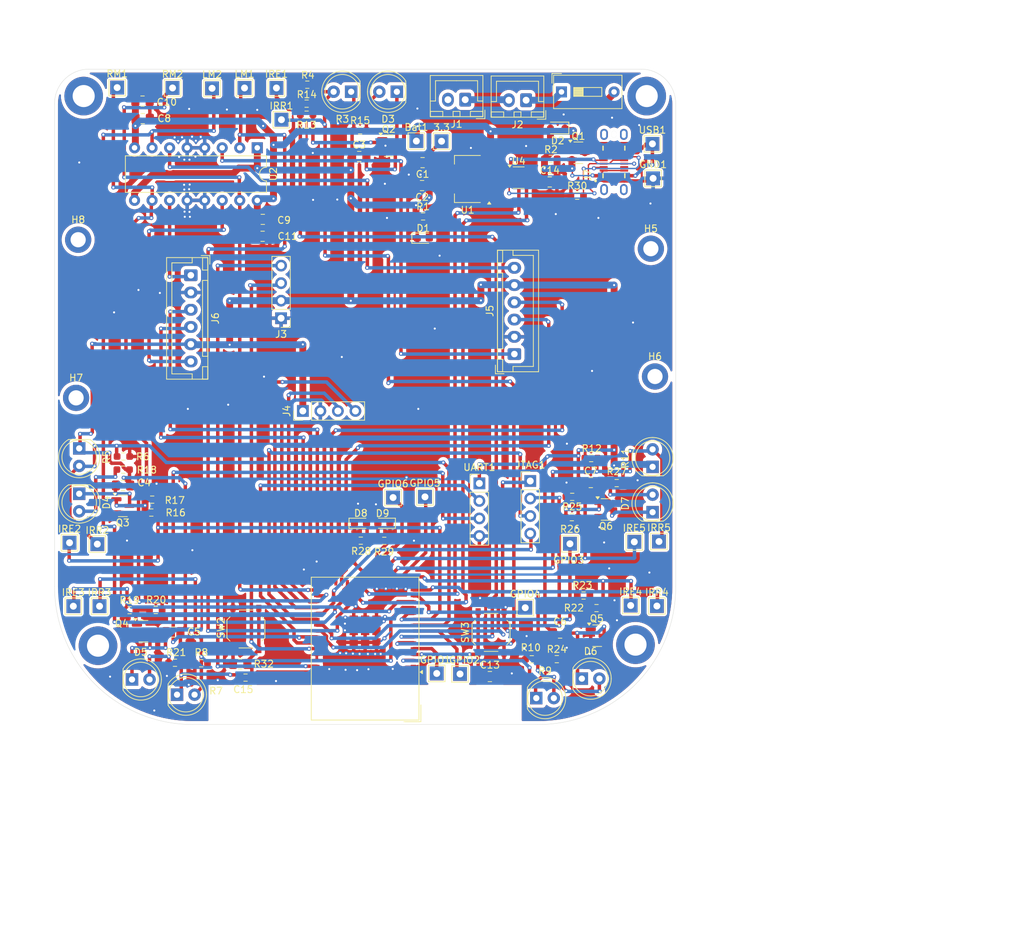
<source format=kicad_pcb>
(kicad_pcb (version 20240108) (generator "pcbnew") (generator_version "8.0")
  (layers (0 "F.Cu" signal) (1 "In1.Cu" signal) (2 "In2.Cu" signal) (31 "B.Cu" signal) (34 "B.Paste" user) (35 "F.Paste" user) (36 "B.SilkS" user "B.Silkscreen") (37 "F.SilkS" user "F.Silkscreen") (38 "B.Mask" user) (39 "F.Mask" user) (44 "Edge.Cuts" user))
  (net 0 "")
  (net 1 "3.3V")
  (net 2 "Net-(D3-K)")
  (net 3 "Net-(D4-K)")
  (net 4 "Net-(D5-K)")
  (net 5 "Net-(D6-K)")
  (net 6 "Net-(D7-K)")
  (net 7 "Boot")
  (net 8 "Enable")
  (net 9 "Net-(D1-A)")
  (net 10 "5V_USB")
  (net 11 "Net-(D3-A)")
  (net 12 "Net-(D4-A)")
  (net 13 "Net-(D5-A)")
  (net 14 "Net-(D6-A)")
  (net 15 "Net-(D7-A)")
  (net 16 "Net-(D8-A)")
  (net 17 "Net-(D9-A)")
  (net 18 "Receiver1")
  (net 19 "Receiver2")
  (net 20 "Receiver3")
  (net 21 "Receiver4")
  (net 22 "Receiver5")
  (net 23 "Color_SDA")
  (net 24 "Color_SCL")
  (net 25 "Gyro_SDA")
  (net 26 "Gyro_SCL")
  (net 27 "Left_Motor_Out1")
  (net 28 "Left_Motor_Out2")
  (net 29 "Left_Encoder2")
  (net 30 "Left_Encoder1")
  (net 31 "Right_Motor_Out1")
  (net 32 "Right_Encoder2")
  (net 33 "Right_Encoder1")
  (net 34 "Right_Motor_Out2")
  (net 35 "TMS")
  (net 36 "TDI")
  (net 37 "RXD0")
  (net 38 "Net-(Q2-G)")
  (net 39 "Net-(Q3-G)")
  (net 40 "Net-(Q4-G)")
  (net 41 "Net-(Q5-G)")
  (net 42 "Net-(Q6-G)")
  (net 43 "Emitter1")
  (net 44 "Emitter2")
  (net 45 "Emitter3")
  (net 46 "Emitter4")
  (net 47 "Emitter5")
  (net 48 "Left_Motor_Pin1")
  (net 49 "Left_Motor_Pin2")
  (net 50 "Right_Motor_Pin1")
  (net 51 "Right_Motor_Pin2")
  (net 52 "USB_D+")
  (net 53 "TCK")
  (net 54 "USB_D-")
  (net 55 "TXD0")
  (net 56 "TDO")
  (net 57 "Net-(J7-CC1)")
  (net 59 "Net-(J7-DN1)")
  (net 60 "Net-(J7-DP1)")
  (net 67 "Net-(J1-Pin_1)")
  (net 68 "Net-(J2-Pin_1)")
  (net 69 "Net-(Q1-S)")
  (net 70 "Net-(U3-IO18)")
  (net 71 "Net-(U3-IO17)")
  (net 72 "Net-(U3-IO1)")
  (net 73 "Net-(U3-IO4)")
  (net 74 "Net-(U3-IO7)")
  (net 75 "Net-(U3-IO10)")
  (net 76 "Net-(U3-IO13)")
  (net 77 "Net-(U3-IO16)")
  (net 78 "GND")
  (net 79 "Power_To_Load")
  (footprint "Resistor_SMD:R_0603_1608Metric_Pad0.98x0.95mm_HandSolder" (layer "F.Cu") (at 29.95 78.05 180)
    (property "Reference" "R18")
    (property "Value" "51 Ohm")
  )
  (footprint "TestPoint:TestPoint_THTPad_2.0x2.0mm_Drill1.0mm" (layer "F.Cu") (at 47.525 22.725)
    (property "Reference" "LM1")
    (property "Value" "Testpoint")
  )
  (footprint "LED_THT:LED_D5.0mm_IRGrey" (layer "F.Cu") (at 106.65 84.225 90)
    (property "Reference" "D7")
    (property "Value" "IR")
  )
  (footprint "LED_THT:LED_D5.0mm_IRGrey" (layer "F.Cu") (at 96.4 108.35)
    (property "Reference" "D6")
    (property "Value" "IR")
  )
  (footprint "Capacitor_SMD:C_0805_2012Metric_Pad1.18x1.45mm_HandSolder" (layer "F.Cu") (at 37.2 101.6 180)
    (property "Reference" "C5")
    (property "Value" "0.1uF")
  )
  (footprint "Connector_PinHeader_2.54mm:PinHeader_1x04_P2.54mm_Vertical" (layer "F.Cu") (at 81.55 80.05)
    (property "Reference" "UART1")
    (property "Value" "2.54MaleDupon")
  )
  (footprint "Resistor_SMD:R_0603_1608Metric_Pad0.98x0.95mm_HandSolder" (layer "F.Cu") (at 89.15 105.55 180)
    (property "Reference" "R10")
    (property "Value" "1.8k Ohm")
  )
  (footprint "TestPoint:TestPoint_THTPad_2.0x2.0mm_Drill1.0mm" (layer "F.Cu") (at 94.675 88.8)
    (property "Reference" "GPIO3")
    (property "Value" "Testpoint")
  )
  (footprint "LED_SMD:LED_0603_1608Metric_Pad1.05x0.95mm_HandSolder" (layer "F.Cu") (at 73.425 44.5)
    (property "Reference" "D1")
    (property "Value" "RED")
  )
  (footprint "TestPoint:TestPoint_THTPad_2.0x2.0mm_Drill1.0mm" (layer "F.Cu") (at 52.15 22.725)
    (property "Reference" "IRE1")
    (property "Value" "Testpoint")
  )
  (footprint "Capacitor_SMD:C_0805_2012Metric_Pad1.18x1.45mm_HandSolder" (layer "F.Cu") (at 93.25 101.75)
    (property "Reference" "C6")
    (property "Value" "0.1uF")
  )
  (footprint "Resistor_SMD:R_0603_1608Metric_Pad0.98x0.95mm_HandSolder" (layer "F.Cu") (at 56.625 22.25 180)
    (property "Reference" "R4")
    (property "Value" "1.8k Ohm")
  )
  (footprint "Capacitor_SMD:C_0805_2012Metric_Pad1.18x1.45mm_HandSolder" (layer "F.Cu") (at 97.7 79.925)
    (property "Reference" "C7")
    (property "Value" "0.1uF")
  )
  (footprint "TestPoint:TestPoint_THTPad_2.0x2.0mm_Drill1.0mm" (layer "F.Cu") (at 107.575 88.475)
    (property "Reference" "IRR5")
    (property "Value" "TestPoint")
  )
  (footprint "Resistor_SMD:R_0603_1608Metric_Pad0.98x0.95mm_HandSolder" (layer "F.Cu") (at 56.525 25 180)
    (property "Reference" "R14")
    (property "Value" "47k Ohm")
  )
  (footprint "LED_THT:LED_D5.0mm_IRGrey" (layer "F.Cu") (at 69.6 23.275 180)
    (property "Reference" "D3")
    (property "Value" "IR")
  )
  (footprint "Connector_PinHeader_2.54mm:PinHeader_1x04_P2.54mm_Vertical" (layer "F.Cu") (at 88.925 79.7)
    (property "Reference" "JTAG1")
    (property "Value" "2.54MaleDupon")
  )
  (footprint "Capacitor_SMD:C_0805_2012Metric_Pad1.18x1.45mm_HandSolder" (layer "F.Cu") (at 32.75 24.625)
    (property "Reference" "C10")
    (property "Value" "10uF")
  )
  (footprint "Resistor_SMD:R_0603_1608Metric_Pad0.98x0.95mm_HandSolder" (layer "F.Cu") (at 96.65 96.3 180)
    (property "Reference" "R23")
    (property "Value" "47k Ohm")
  )
  (footprint "TestPoint:TestPoint_THTPad_2.0x2.0mm_Drill1.0mm" (layer "F.Cu") (at 106.725 35.825)
    (property "Reference" "GND1")
    (property "Value" "Testpoint")
  )
  (footprint "Resistor_SMD:R_0603_1608Metric_Pad0.98x0.95mm_HandSolder" (layer "F.Cu") (at 92.775 105.525)
    (property "Reference" "R24")
    (property "Value" "51 Ohm")
  )
  (footprint "Resistor_SMD:R_0603_1608Metric_Pad0.98x0.95mm_HandSolder" (layer "F.Cu") (at 101.45 80 180)
    (property "Reference" "R27")
    (property "Value" "51 Ohm")
  )
  (footprint "Resistor_SMD:R_0603_1608Metric_Pad0.98x0.95mm_HandSolder" (layer "F.Cu") (at 64.275 28.875)
    (property "Reference" "R15")
    (property "Value" "51 Ohm")
  )
  (footprint "TestPoint:TestPoint_THTPad_2.0x2.0mm_Drill1.0mm" (layer "F.Cu") (at 22.725 97.85)
    (property "Reference" "IRE3")
    (property "Value" "Testpoint")
  )
  (footprint "TestPoint:TestPoint_THTPad_2.0x2.0mm_Drill1.0mm" (layer "F.Cu") (at 29.075 22.675)
    (property "Reference" "RM1")
    (property "Value" "Testpoint")
  )
  (footprint "TestPoint:TestPoint_THTPad_2.0x2.0mm_Drill1.0mm" (layer "F.Cu") (at 26.525 97.85)
    (property "Reference" "IRR3")
    (property "Value" "TestPoint")
  )
  (footprint "TestPoint:TestPoint_THTPad_2.0x2.0mm_Drill1.0mm" (layer "F.Cu") (at 78.75 107.675)
    (property "Reference" "GPIO2")
    (property "Value" "Testpoint")
  )
  (footprint "Capacitor_SMD:C_0805_2012Metric_Pad1.18x1.45mm_HandSolder" (layer "F.Cu") (at 73.25 36.875 180)
    (property "Reference" "C2")
    (property "Value" "10uF")
  )
  (footprint "Resistor_SMD:R_0603_1608Metric_Pad0.98x0.95mm_HandSolder" (layer "F.Cu") (at 64.375 88.35)
    (property "Reference" "R28")
    (property "Value" "5.1k")
  )
  (footprint "Resistor_SMD:R_0603_1608Metric_Pad0.98x0.95mm_HandSolder" (layer "F.Cu") (at 56.525 26.6)
    (property "Reference" "R13")
    (property "Value" "100 Ohm")
  )
  (footprint "LED_SMD:LED_0603_1608Metric_Pad1.05x0.95mm_HandSolder" (layer "F.Cu") (at 64.325 85.825)
    (property "Reference" "D8")
    (property "Value" "GREEN")
  )
  (footprint "Resistor_SMD:R_0603_1608Metric_Pad0.98x0.95mm_HandSolder" (layer "F.Cu") (at 37.45 106.05 180)
    (property "Reference" "R21")
    (property "Value" "51 Ohm")
  )
  (footprint "Connector_PinHeader_2.54mm:PinHeader_1x04_P2.54mm_Vertical" (layer "F.Cu") (at 55.975 69.55 90)
    (property "Reference" "J4")
    (property "Value" "Gyro_Pins")
  )
  (footprint "Package_TO_SOT_SMD:SOT-23" (layer "F.Cu") (at 29.9 83.3)
    (property "Reference" "Q3")
    (property "Value" "2N7002")
  )
  (footprint "Connector_JST:JST_XH_B6B-XH-A_1x06_P2.50mm_Vertical" (layer "F.Cu") (at 39.75 49.875 -90)
    (property "Reference" "J6")
    (property "Value" "right_motor_connector")
  )
  (footprint "Resistor_SMD:R_0603_1608Metric_Pad0.98x0.95mm_HandSolder" (layer "F.Cu") (at 94.95 84.95)
    (property "Reference" "R26")
    (property "Value" "47k Ohm")
  )
  (footprint "LED_THT:LED_D5.0mm_IRBlack" (layer "F.Cu") (at 23.575 74.975 -90)
    (property "Reference" "R5")
    (property "Value" "R_Photo")
  )
  (footprint "TestPoint:TestPoint_THTPad_2.0x2.0mm_Drill1.0mm" (layer "F.Cu") (at 103.475 97.75)
    (property "Reference" "IRE4")
    (property "Value" "Testpoint")
  )
  (footprint "Button_Switch_SMD:SW_Push_1P1T_XKB_TS-1187A" (layer "F.Cu") (at 83.25 101.65 90)
    (property "Reference" "SW3")
    (property "Value" "SW_Boot")
  )
  (footprint "TestPoint:TestPoint_THTPad_2.0x2.0mm_Drill1.0mm" (layer "F.Cu") (at 72.425 30.425)
    (property "Reference" "Bat1")
    (property "Value" "Battery")
  )
  (footprint "Resistor_SMD:R_0603_1608Metric_Pad0.98x0.95mm_HandSolder" (layer "F.Cu") (at 34.675 98.4)
    (property "Reference" "R20")
    (property "Value" "47k Ohm")
  )
  (footprint "Capacitor_SMD:C_0805_2012Metric_Pad1.18x1.45mm_HandSolder" (layer "F.Cu") (at 91.75 36.35)
    (property "Reference" "C14")
    (property "Value" "0.1uF")
  )
  (footprint "TestPoint:TestPoint_THTPad_2.0x2.0mm_Drill1.0mm" (layer "F.Cu") (at 75.375 107.6)
    (property "Reference" "GPIO1")
    (property "Value" "Testpoint")
  )
  (footprint "TestPoint:TestPoint_THTPad_2.0x2.0mm_Drill1.0mm" (layer "F.Cu") (at 26.2 88.85)
    (property "Reference" "IRR2")
    (property "Value" "TestPoint")
  )
  (footprint "TestPoint:TestPoint_THTPad_2.0x2.0mm_Drill1.0mm" (layer "F.Cu") (at 69.05 82.1)
    (property "Reference" "GPIO6")
    (property "Value" "Testpoint")
  )
  (footprint "Resistor_SMD:R_0603_1608Metric_Pad0.98x0.95mm_HandSolder" (layer "F.Cu") (at 67.775 88.375 180)
    (property "Reference" "R29")
    (property "Value" "5.1k")
  )
  (footprint "Capacitor_SMD:C_0805_2012Metric_Pad1.18x1.45mm_HandSolder" (layer "F.Cu") (at 64.15 32.65)
    (property "Reference" "C3")
    (property "Value" "0.1uF")
  )
  (footprint "Connector_JST:JST_XH_B6B-XH-A_1x06_P2.50mm_Vertical" (layer "F.Cu") (at 86.625 61.3 90)
    (property "Reference" "J5")
    (property "Value" "left_motor_connector")
  )
  (footprint "Resistor_SMD:R_0603_1608Metric_Pad0.98x0.95mm_HandSolder" (layer "F.Cu") (at 91.9 33 180)
    (property "Reference" "R2")
    (property "Value" "3.3k")
  )
  (footprint "USB4145-03-0230-C_REVA2:GCT_USB4145-03-0230-C_REVA2" (layer "F.Cu") (at 101.05 33.45 90)
    (property "Reference" "J7")
    (property "Value" "USB4145-03-0230-C_REVA2")
    (fp_line (start 3.85 -0.355) (end 4.15 -0.355) (stroke (width 0.01)) (layer "Edge.Cuts"))
    (fp_line (start 4.15 0.355) (end 3.85 0.355) (stroke (width 0.01)) (layer "Edge.Cuts"))
    (fp_arc (start 4.15 -0.355) (mid 4.401023 -0.251023) (end 4.505 0) (stroke (width 0.01)) (layer "Edge.Cuts"))
    (fp_arc (start 4.505 0) (mid 4.401023 0.251023) (end 4.15 0.355) (stroke (width 0.01)) (layer "Edge.Cuts"))
    (fp_arc (start 3.495 0) (mid 3.598977 -0.251023) (end 3.85 -0.355) (stroke (width 0.01)) (layer "Edge.Cuts"))
    (fp_arc (start 3.85 0.355) (mid 3.598977 0.251023) (end 3.495 0) (stroke (width 0.01)) (layer "Edge.Cuts"))
  )
  (footprint "Diode_SMD:D_SOD-323" (layer "F.Cu") (at 92.9 28.525 180)
    (property "Reference" "D2")
    (property "Value" "1N4148WS")
  )
  (footprint "Package_TO_SOT_SMD:SOT-23" (layer "F.Cu") (at 32.875 101.475)
    (property "Reference" "Q4")
    (property "Value" "2N7002")
  )
  (footprint "Package_TO_SOT_SMD:SOT-23" (layer "F.Cu") (at 99.85 83.825)
    (property "Reference" "Q6")
    (property "Value" "2N7002")
  )
  (footprint "Connector_JST:JST_XH_B2B-XH-A_1x02_P2.50mm_Vertical" (layer "F.Cu") (at 88.325 24.5 180)
    (property "Reference" "J2")
    (property "Value" "JST-XH")
  )
  (footprint "LED_THT:LED_D5.0mm_IRGrey" (layer "F.Cu") (at 31.225 108.475)
    (property "Reference" "D5")
    (property "Value" "IR")
  )
  (footprint "Package_TO_SOT_SMD:SOT-23" (layer "F.Cu") (at 95.9 32.125)
    (property "Reference" "Q1")
    (property "Value" "AO3401A")
  )
  (footprint "TestPoint:TestPoint_THTPad_2.0x2.0mm_Drill1.0mm" (layer "F.Cu") (at 52.875 27.325)
    (property "Reference" "IRR1")
    (property "Value" "TestPoint")
  )
  (footprint "Resistor_SMD:R_0603_1608Metric_Pad0.98x0.95mm_HandSolder" (layer "F.Cu") (at 47.675 108.2)
    (property "Reference" "R32")
    (property "Value" "10k")
  )
  (footprint "RF_Module:ESP32-S2-MINI-1" (layer "F.Cu") (at 65 104 180)
    (property "Reference" "U3" (hide yes))
    (property "Value" "ESP32-S3-MINI-1")
  )
  (footprint "Capacitor_SMD:C_0805_2012Metric_Pad1.18x1.45mm_HandSolder" (layer "F.Cu") (at 50.175 41.775)
    (property "Reference" "C9")
    (property "Value" "4.7uF")
  )
  (footprint "Connector_PinHeader_2.54mm:PinHeader_1x04_P2.54mm_Vertical" (layer "F.Cu") (at 52.825 56.1 180)
    (property "Reference" "J3")
    (property "Value" "Color_Pins")
  )
  (footprint "TestPoint:TestPoint_THTPad_2.0x2.0mm_Drill1.0mm" (layer "F.Cu") (at 42.825 22.775)
    (property "Reference" "LM2")
    (property "Value" "Testpoint")
  )
  (footprint "Connector_JST:JST_XH_B2B-XH-A_1x02_P2.50mm_Vertical" (layer "F.Cu") (at 79.5 24.425 180)
    (property "Reference" "J1")
    (property "Value" "JST-XH")
  )
  (footprint "LED_THT:LED_D5.0mm_IRGrey" (layer "F.Cu") (at 23.575 81.55 -90)
    (property "Reference" "D4")
    (property "Value" "IR")
  )
  (footprint "Capacitor_SMD:C_0805_2012Metric_Pad1.18x1.45mm_HandSolder" (layer "F.Cu") (at 83.075 108.05)
    (property "Reference" "C13")
    (property "Value" "0.1uF")
  )
  (footprint "Capacitor_SMD:C_0805_2012Metric_Pad1.18x1.45mm_HandSolder" (layer "F.Cu") (at 50.15 44.225)
    (property "Reference" "C11")
    (property "Value" "0.1uF")
  )
  (footprint "Resistor_SMD:R_0603_1608Metric_Pad0.98x0.95mm_HandSolder" (layer "F.Cu") (at 34.025 84.275 180)
    (property "Reference" "R16")
    (property "Value" "100 Ohm")
  )
  (footprint "TestPoint:TestPoint_THTPad_2.0x2.0mm_Drill1.0mm" (layer "F.Cu") (at 106.625 30.825)
    (property "Reference" "USB1")
    (property "Value" "Testpoint")
  )
  (footprint "Package_TO_SOT_SMD:SOT-223-3_TabPin2" (layer "F.Cu") (at 79.85 35.925 180)
    (property "Reference" "U1")
    (property "Value" "AMS1117-3.3")
  )
  (footprint "LED_THT:LED_D5.0mm_IRBlack" (layer "F.Cu") (at 89.8 111.175)
    (property "Reference" "R9")
    (property "Value" "R_Photo")
  )
  (footprint "TestPoint:TestPoint_THTPad_2.0x2.0mm_Drill1.0mm" (layer "F.Cu") (at 76.075 30.45)
    (property "Reference" "3.3")
    (property "Value" "Testpoint")
  )
  (footprint "Package_TO_SOT_SMD:SOT-23-6" (layer "F.Cu") (at 87.25 35.725)
    (property "Reference" "U4")
    (property "Value" "USBLC6-2SC6")
  )
  (footprint "TestPoint:TestPoint_THTPad_2.0x2.0mm_Drill1.0mm" (layer "F.Cu") (at 104 88.525)
    (property "Reference" "IRE5")
    (property "Value" "Testpoint")
  )
  (footprint "MountingHole:MountingHole_2.2mm_M2_DIN965_Pad" (layer "F.Cu") (at 106.4 46.025)
    (property "Reference" "H5")
    (property "Value" "LeftMotorMount")
  )
  (footprint "Package_DIP:DIP-16_W7.62mm" (layer "F.Cu") (at 49.375 31.4 -90)
    (property "Reference" "U2")
    (property "Value" "L293D")
  )
  (footprint "Resistor_SMD:R_0603_1608Metric_Pad0.98x0.95mm_HandSolder" (layer "F.Cu") (at 30.875 98.425)
    (property "Reference" "R19")
    (property "Value" "100 Ohm")
  )
  (footprint "Resistor_SMD:R_0603_1608Metric_Pad0.98x0.95mm_HandSolder" (layer "F.Cu") (at 29.975 76.15)
    (property "Reference" "R6")
    (property "Value" "1.8k Ohm")
  )
  (footprint "Package_TO_SOT_SMD:SOT-23" (layer "F.Cu") (at 68.425 31.1)
    (property "Reference" "Q2")
    (property "Value" "2N7002")
  )
  (footprint "MountingHole:MountingHole_3.2mm_M3_DIN965_Pad" (layer "F.Cu") (at 26.3 103.575)
    (property "Reference" "H2" (hide yes))
    (property "Value" "MountingHole")
  )
  (footprint "TestPoint:TestPoint_THTPad_2.0x2.0mm_Drill1.0mm" (layer "F.Cu") (at 107.275 97.825)
    (property "Reference" "IRR4")
    (property "Value" "TestPoint")
  )
  (footprint "MountingHole:MountingHole_3.2mm_M3_DIN965_Pad" (layer "F.Cu") (at 24.225 23.9)
    (property "Reference" "H1" (hide yes))
    (property "Value" "MountingHole")
  )
  (footprint "MountingHole:MountingHole_3.2mm_M3_DIN965_Pad" (layer "F.Cu") (at 105.8 23.9)
    (property "Reference" "H4" (hide yes))
    (property "Value" "MountingHole")
  )
  (footprint "TestPoint:TestPoint_THTPad_2.0x2.0mm_Drill1.0mm" (layer "F.Cu") (at 37.1 22.725)
    (property "Reference" "RM2")
    (property "Value" "Testpoint")
  )
  (footprint "Resistor_SMD:R_0603_1608Metric_Pad0.98x0.95mm_HandSolder" (layer "F.Cu") (at 95 82 180)
    (property "Reference" "R25")
    (property "Value" "100 Ohm")
  )
  (footprint "Resistor_SMD:R_0603_1608Metric_Pad0.98x0.95mm_HandSolder" (layer "F.Cu") (at 41.25 106.125 180)
    (property "Reference" "R8")
    (property "Value" "1.8k Ohm")
  )
  (footprint "Capacitor_SMD:C_0805_2012Metric_Pad1.18x1.45mm_HandSolder" (layer "F.Cu") (at 73.325 33.55 180)
    (property "Reference" "C1")
    (property "Value" "0.1uF")
  )
  (footprint "MountingHole:MountingHole_3.2mm_M3_DIN965_Pad" (layer "F.Cu") (at 104.175 103.425)
    (property "Reference" "H3" (hide yes))
    (property "Value" "MountingHole")
  )
  (footprint "Package_TO_SOT_SMD:SOT-23" (layer "F.Cu") (at 98.625 102.125)
    (property "Reference" "Q5")
    (property "Value" "2N7002")
  )
  (footprint "Capacitor_SMD:C_0805_2012Metric_Pad1.18x1.45mm_HandSolder" (layer "F.Cu") (at 29.925 80.35 180)
    (property "Reference" "C4")
    (property "Value" "0.1uF")
  )
  (footprint "MountingHole:MountingHole_2.2mm_M2_DIN965_Pad" (layer "F.Cu") (at 23.125 67.65)
    (property "Reference" "H7")
    (property "Value" "RightMotorMount")
  )
  (footprint "Button_Switch_SMD:SW_Push_1P1T_XKB_TS-1187A" (layer "F.Cu") (at 47.725 101.15 -90)
    (property "Reference" "SW2")
    (property "Value" "SW_Enable")
  )
  (footprint "Capacitor_SMD:C_0805_2012Metric_Pad1.18x1.45mm_HandSolder" (layer "F.Cu") (at 46.9 106.225 180)
    (property "Reference" "C15")
    (property "Value" "0.1uF")
  )
  (footprint "Resistor_SMD:R_0603_1608Metric_Pad0.98x0.95mm_HandSolder" (layer "F.Cu") (at 95.725 38.35)
    (property "Reference" "R30")
    (property "Value" "5.1k")
  )
  (footprint "Button_Switch_THT:SW_DIP_SPSTx01_Slide_9.78x4.72mm_W7.62mm_P2.54mm" (layer "F.Cu") (at 93.45 23.3)
    (property "Reference" "SW1" (hide yes))
    (property "Value" "Battery_SW")
  )
  (footprint "TestPoint:TestPoint_THTPad_2.0x2.0mm_Drill1.0mm" (layer "F.Cu") (at 88.2 98.075)
    (property "Reference" "GPIO4")
    (property "Value" "Testpoint")
  )
  (footprint "MountingHole:MountingHole_2.2mm_M2_DIN965_Pad" (layer "F.Cu") (at 107 64.55)
    (property "Reference" "H6")
    (property "Value" "LeftMotorMount2")
  )
  (footprint "LED_THT:LED_D5.0mm_IRBlack" (layer "F.Cu") (at 37.75 110.675)
    (property "Reference" "R7")
    (property "Value" "R_Photo")
  )
  (footprint "Capacitor_SMD:C_0805_2012Metric_Pad1.18x1.45mm_HandSolder" (layer "F.Cu") (at 32.775 27.175)
    (property "Reference" "C8")
    (property "Value" "4.7uF")
  )
  (footprint "TestPoint:TestPoint_THTPad_2.0x2.0mm_Drill1.0mm" (layer "F.Cu") (at 22.175 88.65)
    (property "Reference" "IRE2")
    (property "Value" "Testpoint")
  )
  (footprint "LED_THT:LED_D5.0mm_IRBlack" (layer "F.Cu") (at 62.975 23.275 180)
    (property "Reference" "R3")
    (property "Value" "R_Photo")
  )
  (footprint "Resistor_SMD:R_0603_1608Metric_Pad0.98x0.95mm_HandSolder" (layer "F.Cu") (at 34.15 82.4)
    (property "Reference" "R17")
    (property "Value" "47k Ohm")
  )
  (footprint "Resistor_SMD:R_0603_1608Metric_Pad0.98x0.95mm_HandSolder" (layer "F.Cu") (at 97.75 76.375 180)
    (property "Reference" "R12")
    (property "Value" "1.8k Ohm")
  )
  (footprint "Resistor_SMD:R_0603_1608Metric_Pad0.98x0.95mm_HandSolder" (layer "F.Cu") (at 73.4 41.35)
    (property "Reference" "R1")
    (property "Value" "5.1k")
  )
  (footprint "LED_THT:LED_D5.0mm_IRBlack" (layer "F.Cu") (at 106.65 77.65 90)
    (property "Reference" "R11")
    (property "Value" "R_Photo")
  )
  (footprint "LED_SMD:LED_0603_1608Metric_Pad1.05x0.95mm_HandSolder" (layer "F.Cu") (at 67.725 85.825 180)
    (property "Reference" "D9")
    (property "Value" "BLUE")
  )
  (footprint "Resistor_SMD:R_0603_1608Metric_Pad0.98x0.95mm_HandSolder" (layer "F.Cu") (at 98.525 98.125 180)
    (property "Reference" "R22")
    (property "Value" "100 Ohm")
  )
  (footprint "TestPoint:TestPoint_THTPad_2.0x2.0mm_Drill1.0mm" (layer "F.Cu") (at 73.675 82)
    (property "Reference" "GPIO5")
    (property "Value" "Testpoint")
  )
  (footprint "MountingHole:MountingHole_2.2mm_M2_DIN965_Pad" (layer "F.Cu") (at 23.425 44.725)
    (property "Reference" "H8")
    (property "Value" "RightMotorMount2")
  )
  (gr_arc (start 40 115) (mid 25.857864 109.142136) (end 20 95) (stroke (width 0.05)) (layer "Edge.Cuts"))
  (gr_line (start 110 25) (end 110 95) (stroke (width 0.05)) (layer "Edge.Cuts"))
  (gr_line (start 90 115) (end 40 115) (stroke (width 0.05)) (layer "Edge.Cuts"))
  (gr_line (start 20 95) (end 20 25) (stroke (width 0.05)) (layer "Edge.Cuts"))
  (gr_arc (start 20 25) (mid 21.464466 21.464466) (end 25 20) (stroke (width 0.05)) (layer "Edge.Cuts"))
  (gr_line (start 25 20) (end 105 20) (stroke (width 0.05)) (layer "Edge.Cuts"))
  (gr_arc (start 110 95) (mid 104.174423 109.174423) (end 90 115) (stroke (width 0.05)) (layer "Edge.Cuts"))
  (gr_arc (start 105 20) (mid 108.535534 21.464466) (end 110 25) (stroke (width 0.05)) (layer "Edge.Cuts"))
  (segment (start 70.575 105.7) (end 70.525 105.75) (width 0.5) (layer "F.Cu") (net 1))
  (segment (start 34.35863 35.125) (end 36.235786 35.125) (width 1) (layer "F.Cu") (net 1))
  (segment (start 92.0375 101.925) (end 92.2125 101.75) (width 0.5) (layer "F.Cu") (net 1))
  (segment (start 30.9625 80.1625) (end 30.025 79.225) (width 0.5) (layer "F.Cu") (net 1))
  (segment (start 101.075 75.2) (end 101.075 77.45) (width 1) (layer "F.Cu") (net 1))
  (segment (start 95.9 79.1625) (end 96.6625 79.925) (width 0.5) (layer "F.Cu") (net 1))
  (segment (start 88.825 106.75) (end 88.825 108.1) (width 0.5) (layer "F.Cu") (net 1))
  (segment (start 72.375 41.2375) (end 72.4875 41.35) (width 1) (layer "F.Cu") (net 1))
  (segment (start 31.595 37.88863) (end 34.35863 35.125) (width 1) (layer "F.Cu") (net 1))
  (segment (start 102.3625 80) (end 102.3625 77.3125) (width 0.5) (layer "F.Cu") (net 1))
  (segment (start 23.7 74.85) (end 23.575 74.975) (width 0.5) (layer "F.Cu") (net 1))
  (segment (start 37.214214 35.125) (end 45.910786 35.125) (width 1) (layer "F.Cu") (net 1))
  (segment (start 30.9625 80.35) (end 30.9625 80.1625) (width 0.5) (layer "F.Cu") (net 1))
  (segment (start 28.275 77.125) (end 29.578854 77.125) (width 0.5) (layer "F.Cu") (net 1))
  (segment (start 63.3625 23.6625) (end 62.975 23.275) (width 0.5) (layer "F.Cu") (net 1))
  (segment (start 27.975 75.625) (end 27.975 76.825) (width 0.5) (layer "F.Cu") (net 1))
  (segment (start 38.3625 106.05) (end 38.3625 107.85) (width 0.5) (layer "F.Cu") (net 1))
  (segment (start 55.975 59.9) (end 55.975 69.55) (width 1) (layer "F.Cu") (net 1))
  (segment (start 29.578854 77.125) (end 29.975 77.521146) (width 0.5) (layer "F.Cu") (net 1))
  (segment (start 36.310786 35.2) (end 37.139214 35.2) (width 1) (layer "F.Cu") (net 1))
  (segment (start 27.975 76.825) (end 28.275 77.125) (width 0.5) (layer "F.Cu") (net 1))
  (segment (start 30.8625 80.25) (end 30.9625 80.35) (width 0.5) (layer "F.Cu") (net 1))
  (segment (start 38.3625 110.0625) (end 38.3625 107.85) (width 0.5) (layer "F.Cu") (net 1))
  (segment (start 92.0375 105.35) (end 92.0375 101.925) (width 0.5) (layer "F.Cu") (net 1))
  (segment (start 45.910786 35.125) (end 46.685786 34.35) (width 1) (layer "F.Cu") (net 1))
  (segment (start 91.8625 105.525) (end 92.0375 105.35) (width 0.5) (layer "F.Cu") (net 1))
  (segment (start 74.3625 32.1625) (end 76.075 30.45) (width 0.5) (layer "F.Cu") (net 1))
  (segment (start 81.775 53.525) (end 81.775 51.25) (width 1) (layer "F.Cu") (net 1))
  (segment (start 63.1125 29.125) (end 63.3625 28.875) (width 0.5) (layer "F.Cu") (net 1))
  (segment (start 25.475 72.625) (end 25.25 72.85) (width 0.5) (layer "F.Cu") (net 1))
  (segment (start 25.475 66.676598) (end 25.475 72.625) (width 0.5) (layer "F.Cu") (net 1))
  (segment (start 76.7 35.8875) (end 74.3625 33.55) (width 1) (layer "F.Cu") (net 1))
  (segment (start 27.95 75.6) (end 27.975 75.625) (width 0.5) (layer "F.Cu") (net 1))
  (segment (start 91.8625 106.8125) (end 89.7 108.975) (width 0.5) (layer "F.Cu") (net 1))
  (segment (start 91.4 76.175) (end 91.05 76.525) (width 0.5) (layer "F.Cu") (net 1))
  (segment (start 63.1125 32.65) (end 63.1125 29.125) (width 0.5) (layer "F.Cu") (net 1))
  (segment (start 89.7 111.075) (end 89.8 111.175) (width 0.5) (layer "F.Cu") (net 1))
  (segment (start 38.95 80.075) (end 38.95 100.8875) (width 0.5) (layer "F.Cu") (net 1))
  (segment (start 74.3625 33.55) (end 74.3625 32.1625) (width 0.5) (layer "F.Cu") (net 1))
  (segment (start 46.3625 107.8) (end 46.7625 108.2) (width 0.5) (layer "F.Cu") (net 1))
  (segment (start 36.235786 35.125) (end 36.310786 35.2) (width 1) (layer "F.Cu") (net 1))
  (segment (start 38.95 100.8875) (end 38.2375 101.6) (width 0.5) (layer "F.Cu") (net 1))
  (segment (start 74.2875 38.625) (end 74.2875 36.875) (width 1) (layer "F.Cu") (net 1))
  (segment (start 62.925 38.725) (end 62.925 32.8375) (width 1) (layer "F.Cu") (net 1))
  (segment (start 38.2375 101.6) (end 38.2375 105.925) (width 0.5) (layer "F.Cu") (net 1))
  (segment (start 63.3625 28.875) (end 63.3625 23.6625) (width 0.5) (layer "F.Cu") (net 1))
  (segment (start 95.9 76.05) (end 95.9 75.275) (width 0.5) (layer "F.Cu") (net 1))
  (segment (start 83 35.925) (end 76.7 35.925) (width 1) (layer "F.Cu") (net 1))
  (segment (start 88.825 108.1) (end 89.7 108.975) (width 0.5) (layer "F.Cu") (net 1))
  (segment (start 91.05 100.5875) (end 92.2125 101.75) (width 0.5) (layer "F.Cu") (net 1))
  (segment (start 95.9 76.05) (end 95.9 79.1625) (width 0.5) (layer "F.Cu") (net 1))
  (segment (start 25.45 59.8) (end 25.45 66.651598) (width 0.5) (layer "F.Cu") (net 1))
  (segment (start 46.685786 34.35) (end 49.375 34.35) (width 1) (layer "F.Cu") (net 1))
  (segment (start 101.075 51.3) (end 101.075 75.2) (width 1) (layer "F.Cu") (net 1))
  (segment (start 37.75 110.675) (end 38.3625 110.0625) (width 0.5) (layer "F.Cu") (net 1))
  (segment (start 91.05 76.525) (end 91.05 100.5875) (width 0.5) (layer "F.Cu") (net 1))
  (segment (start 74.2875 36.875) (end 74.2875 33.625) (width 0.5) (layer "F.Cu") (net 1))
  (segment (start 74.2875 33.625) (end 74.3625 33.55) (width 0.5) (layer "F.Cu") (net 1))
  (segment (start 72 105.7) (end 70.575 105.7) (width 0.5) (layer "F.Cu") (net 1))
  (segment (start 45.375 53.575) (end 45.375 59.95) (width 1) (layer "F.Cu") (net 1))
  (segment (start 29.975 77.7) (end 30.325 78.05) (width 0.5) (layer "F.Cu") (net 1))
  (segment (start 81.55 80.05) (end 81.55 77.275) (width 0.5) (layer "F.Cu") (net 1))
  (segment (start 72.375 39.725) (end 72.375 41.2375) (width 1) (layer "F.Cu") (net 1))
  (segment (start 75.2375 35.925) (end 74.2875 36.875) (width 1) (layer "F.Cu") (net 1))
  (segment (start 62.925 32.8375) (end 63.1125 32.65) (width 1) (layer "F.Cu") (net 1))
  (segment (start 37.139214 35.2) (end 37.214214 35.125) (width 1) (layer "F.Cu") (net 1))
  (segment (start 45.45 107.8) (end 46.3625 107.8) (width 0.5) (layer "F.Cu") (net 1))
  (segment (start 30.8625 78.05) (end 30.8625 80.25) (width 0.5) (layer "F.Cu") (net 1))
  (segment (start 29.975 77.521146) (end 29.975 77.7) (width 0.5) (layer "F.Cu") (net 1))
  (segment (start 76.7 35.925) (end 76.7 35.8875) (width 1) (layer "F.Cu") (net 1))
  (segment (start 76.7 35.925) (end 75.2375 35.925) (width 1) (layer "F.Cu") (net 1))
  (segment (start 30.325 78.05) (end 30.8625 78.05) (width 0.5) (layer "F.Cu") (net 1))
  (segment (start 62.925 38.725) (end 62.925 53.575) (width 1) (layer "F.Cu") (net 1))
  (segment (start 31.595 39.02) (end 31.595 37.88863) (width 1) (layer "F.Cu") (net 1))
  (segment (start 23.7 72.875) (end 23.7 74.85) (width 0.5) (layer "F.Cu") (net 1))
  (segment (start 49.375 34.35) (end 49.375 31.4) (width 1) (layer "F.Cu") (net 1))
  (segment (start 38.2375 105.925) (end 38.3625 106.05) (width 0.5) (layer "F.Cu") (net 1))
  (segment (start 91.8625 105.525) (end 91.8625 106.8125) (width 0.5) (layer "F.Cu") (net 1))
  (segment (start 102.3625 77.3125) (end 102.375 77.3) (width 0.5) (layer "F.Cu") (net 1))
  (segment (start 25.45 66.651598) (end 25.475 66.676598) (width 0.5) (layer "F.Cu") (net 1))
  (segment (start 89.7 108.975) (end 89.7 111.075) (width 0.5) (layer "F.Cu") (net 1))
  (segment (start 95.9 75.275) (end 95.95 75.225) (width 0.5) (layer "F.Cu") (net 1))
  (via (at 62.925 34.625) (size 0.6) (drill 0.3) (layers "F.Cu" "B.Cu") (net 1))
  (via (at 95.9 76.05) (size 0.6) (drill 0.3) (layers "F.Cu" "B.Cu") (net 1))
  (via (at 62.925 38.725) (size 0.6) (drill 0.3) (layers "F.Cu" "B.Cu") (net 1))
  (via (at 72.375 39.725) (size 0.6) (drill 0.3) (layers "F.Cu" "B.Cu") (net 1))
  (via (at 102.375 77.3) (size 0.6) (drill 0.3) (layers "F.Cu" "B.Cu") (net 1))
  (via (at 70.525 105.75) (size 0.6) (drill 0.3) (layers "F.Cu" "B.Cu") (net 1))
  (via (at 45.375 53.575) (size 0.6) (drill 0.3) (layers "F.Cu" "B.Cu") (net 1))
  (via (at 81.55 77.275) (size 0.6) (drill 0.3) (layers "F.Cu" "B.Cu") (net 1))
  (via (at 45.45 107.8) (size 0.6) (drill 0.3) (layers "F.Cu" "B.Cu") (net 1))
  (via (at 101.075 51.3) (size 0.6) (drill 0.3) (layers "F.Cu" "B.Cu") (net 1))
  (via (at 49.375 34.35) (size 0.6) (drill 0.3) (layers "F.Cu" "B.Cu") (net 1))
  (via (at 38.95 80.075) (size 0.6) (drill 0.3) (layers "F.Cu" "B.Cu") (net 1))
  (via (at 25.45 59.8) (size 0.6) (drill 0.3) (layers "F.Cu" "B.Cu") (net 1))
  (via (at 55.975 59.9) (size 0.6) (drill 0.3) (layers "F.Cu" "B.Cu") (net 1))
  (via (at 101.075 77.45) (size 0.6) (drill 0.3) (layers "F.Cu" "B.Cu") (net 1))
  (via (at 38.3625 107.85) (size 0.6) (drill 0.3) (layers "F.Cu" "B.Cu") (net 1))
  (via (at 62.925 53.575) (size 0.6) (drill 0.3) (layers "F.Cu" "B.Cu") (net 1))
  (via (at 74.2875 38.625) (size 0.6) (drill 0.3) (layers "F.Cu" "B.Cu") (net 1))
  (via (at 81.775 51.25) (size 0.6) (drill 0.3) (layers "F.Cu" "B.Cu") (net 1))
  (via (at 45.375 59.95) (size 0.6) (drill 0.3) (layers "F.Cu" "B.Cu") (net 1))
  (via (at 25.25 72.85) (size 0.6) (drill 0.3) (layers "F.Cu" "B.Cu") (net 1))
  (via (at 81.775 53.525) (size 0.6) (drill 0.3) (layers "F.Cu" "B.Cu") (net 1))
  (via (at 30.025 79.225) (size 0.6) (drill 0.3) (layers "F.Cu" "B.Cu") (net 1))
  (via (at 95.95 75.225) (size 0.6) (drill 0.3) (layers "F.Cu" "B.Cu") (net 1))
  (via (at 101.075 75.2) (size 0.6) (drill 0.3) (layers "F.Cu" "B.Cu") (net 1))
  (via (at 27.95 75.6) (size 0.6) (drill 0.3) (layers "F.Cu" "B.Cu") (net 1))
  (via (at 91.4 76.175) (size 0.6) (drill 0.3) (layers "F.Cu" "B.Cu") (net 1))
  (via (at 23.7 72.875) (size 0.6) (drill 0.3) (layers "F.Cu" "B.Cu") (net 1))
  (via (at 88.825 106.75) (size 0.6) (drill 0.3) (layers "F.Cu" "B.Cu") (net 1))
  (segment (start 62.61 53.56) (end 52.825 53.56) (width 1) (layer "B.Cu") (net 1))
  (segment (start 49.375 34.35) (end 49.65 34.625) (width 1) (layer "B.Cu") (net 1))
  (segment (start 91.525 76.05) (end 91.4 76.175) (width 0.5) (layer "B.Cu") (net 1))
  (segment (start 45.375 59.95) (end 55.925 59.95) (width 1) (layer "B.Cu") (net 1))
  (segment (start 95.95 75.225) (end 101.05 75.225) (width 0.5) (layer "B.Cu") (net 1))
  (segment (start 55.925 59.95) (end 55.975 59.9) (width 1) (layer "B.Cu") (net 1))
  (segment (start 30.025 79.225) (end 38.1 79.225) (width 0.5) (layer "B.Cu") (net 1))
  (segment (start 70.525 105.75) (end 87.825 105.75) (width 0.5) (layer "B.Cu") (net 1))
  (segment (start 25.95 59.8) (end 25.45 59.8) (width 0.5) (layer "B.Cu") (net 1))
  (segment (start 38.511307 107.701193) (end 45.351193 107.701193) (width 0.5) (layer "B.Cu") (net 1))
  (segment (start 102.375 77.3) (end 106.3 77.3) (width 1) (layer "B.Cu") (net 1))
  (segment (start 72.375 39.725) (end 72.35 39.7) (width 1) (layer "B.Cu") (net 1))
  (segment (start 87.825 105.75) (end 88.825 106.75) (width 0.5) (layer "B.Cu") (net 1))
  (segment (start 81.725 53.575) (end 81.775 53.525) (width 1) (layer "B.Cu") (net 1))
  (segment (start 86.575 51.25) (end 86.625 51.3) (width 1) (layer "B.Cu") (net 1))
  (segment (start 72.35 39.7) (end 63.9 39.7) (width 1) (layer "B.Cu") (net 1))
  (segment (start 86.625 51.3) (end 101.075 51.3) (width 1) (layer "B.Cu") (net 1))
  (segment (start 45.351193 107.701193) (end 45.45 107.8) (width 0.5) (layer "B.Cu") (net 1))
  (segment (start 25.525 59.875) (end 25.45 59.8) (width 0.5) (layer "B.Cu") (net 1))
  (segment (start 81.775 51.25) (end 86.575 51.25) (width 1) (layer "B.Cu") (net 1))
  (segment (start 27.95 75.6) (end 24.2 75.6) (width 0.5) (layer "B.Cu") (net 1))
  (segment (start 39.75 59.875) (end 25.525 59.875) (width 0.5) (layer "B.Cu") (net 1))
  (segment (start 106.3 77.3) (end 106.65 77.65) (width 1) (layer "B.Cu") (net 1))
  (segment (start 23.725 72.85) (end 23.7 72.875) (width 0.5) (layer "B.Cu") (net 1))
  (segment (start 24.2 75.6) (end 23.575 74.975) (width 0.5) (layer "B.Cu") (net 1))
  (segment (start 39.825 59.95) (end 39.75 59.875) (width 1) (layer "B.Cu") (net 1))
  (segment (start 81.55 77.275) (end 90.3 77.275) (width 0.5) (layer "B.Cu") (net 1))
  (segment (start 38.1 79.225) (end 38.95 80.075) (width 0.5) (layer "B.Cu") (net 1))
  (segment (start 101.075 77.45) (end 101.225 77.3) (width 1) (layer "B.Cu") (net 1))
  (segment (start 45.375 59.95) (end 39.825 59.95) (width 1) (layer "B.Cu") (net 1))
  (segment (start 62.625 53.575) (end 62.61 53.56) (width 1) (layer "B.Cu") (net 1))
  (segment (start 45.39 53.56) (end 45.375 53.575) (width 1) (layer "B.Cu") (net 1))
  (segment (start 95.9 76.05) (end 91.525 76.05) (width 0.5) (layer "B.Cu") (net 1))
  (segment (start 52.825 53.56) (end 45.39 53.56) (width 1) (layer "B.Cu") (net 1))
  (segment (start 49.65 34.625) (end 62.925 34.625) (width 1) (layer "B.Cu") (net 1))
  (segment (start 62.925 53.575) (end 81.725 53.575) (width 1) (layer "B.Cu") (net 1))
  (segment (start 101.05 75.225) (end 101.075 75.2) (width 0.5) (layer "B.Cu") (net 1))
  (segment (start 38.3625 107.85) (end 38.511307 107.701193) (width 0.5) (layer "B.Cu") (net 1))
  (segment (start 101.225 77.3) (end 102.375 77.3) (width 1) (layer "B.Cu") (net 1))
  (segment (start 63.9 39.7) (end 62.925 38.725) (width 1) (layer "B.Cu") (net 1))
  (segment (start 73.1875 39.725) (end 74.2875 38.625) (width 1) (layer "B.Cu") (net 1))
  (segment (start 90.3 77.275) (end 91.4 76.175) (width 0.5) (layer "B.Cu") (net 1))
  (segment (start 25.25 72.85) (end 23.725 72.85) (width 0.5) (layer "B.Cu") (net 1))
  (segment (start 62.925 53.575) (end 62.625 53.575) (width 1) (layer "B.Cu") (net 1))
  (segment (start 72.375 39.725) (end 73.1875 39.725) (width 1) (layer "B.Cu") (net 1))
  (segment (start 69.3 34.525) (end 69.375 34.45) (width 0.5) (layer "F.Cu") (net 2))
  (segment (start 69.6 30.4) (end 69.6 23.275) (width 0.5) (layer "F.Cu") (net 2))
  (segment (start 69.3625 30.6375) (end 69.6 30.4) (width 0.5) (layer "F.Cu") (net 2))
  (segment (start 69.375 34.45) (end 69.375 31.1125) (width 0.5) (layer "F.Cu") (net 2))
  (segment (start 69.3625 31.1) (end 69.3625 30.6375) (width 0.5) (layer "F.Cu") (net 2))
  (segment (start 65.1875 34.4625) (end 65.25 34.525) (width 0.5) (layer "F.Cu") (net 2))
  (segment (start 65.1875 32.65) (end 65.1875 34.4625) (width 0.5) (layer "F.Cu") (net 2))
  (segment (start 69.375 31.1125) (end 69.3625 31.1) (width 0.5) (layer "F.Cu") (net 2))
  (via (at 65.25 34.525) (size 0.6) (drill 0.3) (layers "F.Cu" "B.Cu") (net 2))
  (via (at 69.3 34.525) (size 0.6) (drill 0.3) (layers "F.Cu" "B.Cu") (net 2))
  (segment (start 65.25 34.525) (end 69.3 34.525) (width 0.5) (layer "B.Cu") (net 2))
  (segment (start 30.875 81.525) (end 30.875 83.2625) (width 0.5) (layer "F.Cu") (net 3))
  (segment (start 28.825 80.4125) (end 28.8875 80.35) (width 0.5) (layer "F.Cu") (net 3))
  (segment (start 30.875 83.2625) (end 30.8375 83.3) (width 0.5) (layer "F.Cu") (net 3))
  (segment (start 28.825 81.55) (end 28.825 80.4125) (width 0.5) (layer "F.Cu") (net 3))
  (via (at 30.875 81.525) (size 0.6) (drill 0.3) (layers "F.Cu" "B.Cu") (net 3))
  (via (at 28.825 81.55) (size 0.6) (drill 0.3) (layers "F.Cu" "B.Cu") (net 3))
  (segment (start 23.575 81.55) (end 28.825 81.55) (width 0.5) (layer "B.Cu") (net 3))
  (segment (start 30.85 81.55) (end 30.875 81.525) (width 0.5) (layer "B.Cu") (net 3))
  (segment (start 28.825 81.55) (end 30.85 81.55) (width 0.5) (layer "B.Cu") (net 3))
  (segment (start 31.225 103.925) (end 31.25 103.9) (width 0.5) (layer "F.Cu") (net 4))
  (segment (start 33.825 101.4875) (end 33.8125 101.475) (width 0.5) (layer "F.Cu") (net 4))
  (segment (start 31.225 108.475) (end 31.225 103.925) (width 0.5) (layer "F.Cu") (net 4))
  (segment (start 33.825 103.9) (end 33.825 101.4875) (width 0.5) (layer "F.Cu") (net 4))
  (segment (start 36.075 101.6875) (end 36.1625 101.6) (width 0.5) (layer "F.Cu") (net 4))
  (segment (start 36.075 103.9) (end 36.075 101.6875) (width 0.5) (layer "F.Cu") (net 4))
  (via (at 36.075 103.9) (size 0.6) (drill 0.3) (layers "F.Cu" "B.Cu") (net 4))
  (via (at 31.25 103.9) (size 0.6) (drill 0.3) (layers "F.Cu" "B.Cu") (net 4))
  (via (at 33.825 103.9) (size 0.6) (drill 0.3) (layers "F.Cu" "B.Cu") (net 4))
  (segment (start 31.25 103.9) (end 33.825 103.9) (width 0.5) (layer "B.Cu") (net 4))
  (segment (start 33.825 103.9) (end 36.075 103.9) (width 0.5) (layer "B.Cu") (net 4))
  (segment (start 95.7 101.75) (end 95.725 101.725) (width 0.5) (layer "F.Cu") (net 5))
  (segment (start 99.625 100.8) (end 99.625 102.0625) (width 0.5) (layer "F.Cu") (net 5))
  (segment (start 95.775 101.775) (end 95.725 101.725) (width 0.5) (layer "F.Cu") (net 5))
  (segment (start 99.625 102.0625) (end 99.5625 102.125) (width 0.5) (layer "F.Cu") (net 5))
  (segment (start 94.2875 101.75) (end 95.7 101.75) (width 0.5) (layer "F.Cu") (net 5))
  (segment (start 96.4 108.35) (end 95.775 107.725) (width 0.5) (layer "F.Cu") (net 5))
  (segment (start 95.775 107.725) (end 95.775 101.775) (width 0.5) (layer "F.Cu") (net 5))
  (via (at 99.625 100.8) (size 0.6) (drill 0.3) (layers "F.Cu" "B.Cu") (net 5))
  (via (at 95.725 101.725) (size 0.6) (drill 0.3) (layers "F.Cu" "B.Cu") (net 5))
  (segment (start 95.725 101.725) (end 98.7 101.725) (width 0.5) (layer "B.Cu") (net 5))
  (segment (start 98.7 101.725) (end 99.625 100.8) (width 0.5) (layer "B.Cu") (net 5))
  (segment (start 100.7875 84.7125) (end 100.775 84.725) (width 0.5) (layer "F.Cu") (net 6))
  (segment (start 100.7875 83.825) (end 100.7875 84.7125) (width 0.5) (layer "F.Cu") (net 6))
  (segment (start 100.7875 82.998161) (end 100.7875 83.825) (width 0.5) (layer "F.Cu") (net 6))
  (segment (start 98.7375 79.925) (end 98.7375 80.948161) (width 0.5) (layer "F.Cu") (net 6))
  (segment (start 98.7375 80.948161) (end 100.7875 82.998161) (width 0.5) (layer "F.Cu") (net 6))
  (via (at 100.775 84.725) (size 0.6) (drill 0.3) (layers "F.Cu" "B.Cu") (net 6))
  (segment (start 101.275 84.225) (end 106.65 84.225) (width 0.5) (layer "B.Cu") (net 6))
  (segment (start 100.775 84.725) (end 101.275 84.225) (width 0.5) (layer "B.Cu") (net 6))
  (segment (start 73.175 104.85) (end 73.2 104.825) (width 0.5) (layer "F.Cu") (net 7))
  (segment (start 81.375 98.65) (end 81.375 104.65) (width 0.5) (layer "F.Cu") (net 7))
  (segment (start 81.375 104.65) (end 81.375 107.3875) (width 0.5) (layer "F.Cu") (net 7))
  (segment (start 81.375 107.3875) (end 82.0375 108.05) (width 0.5) (layer "F.Cu") (net 7))
  (segment (start 81.175 104.85) (end 81.375 104.65) (width 0.5) (layer "F.Cu") (net 7))
  (segment (start 72 104.85) (end 73.175 104.85) (width 0.5) (layer "F.Cu") (net 7))
  (segment (start 80.125 104.825) (end 81.2 104.825) (width 0.5) (layer "F.Cu") (net 7))
  (segment (start 81.2 104.825) (end 81.375 104.65) (width 0.5) (layer "F.Cu") (net 7))
  (via (at 80.125 104.825) (size 0.6) (drill 0.3) (layers "F.Cu" "B.Cu") (net 7))
  (via (at 73.2 104.825) (size 0.6) (drill 0.3) (layers "F.Cu" "B.Cu") (net 7))
  (segment (start 73.2 104.825) (end 80.125 104.825) (width 0.5) (layer "B.Cu") (net 7))
  (segment (start 58 107.4) (end 49.3875 107.4) (width 0.5) (layer "F.Cu") (net 8))
  (segment (start 47.9375 105.8125) (end 49.6 104.15) (width 0.5) (layer "F.Cu") (net 8))
  (segment (start 49.6 104.15) (end 49.6 98.15) (width 0.5) (layer "F.Cu") (net 8))
  (segment (start 48.5875 106.875) (end 47.9375 106.225) (width 0.5) (layer "F.Cu") (net 8))
  (segment (start 49.3875 107.4) (end 48.5875 108.2) (width 0.5) (layer "F.Cu") (net 8))
  (segment (start 47.9375 106.225) (end 47.9375 105.8125) (width 0.5) (layer "F.Cu") (net 8))
  (segment (start 48.5875 108.2) (end 48.5875 106.875) (width 0.5) (layer "F.Cu") (net 8))
  (segment (start 74.3 44.5) (end 74.3 41.3625) (width 1) (layer "F.Cu") (net 9))
  (segment (start 74.3 41.3625) (end 74.3125 41.35) (width 1) (layer "F.Cu") (net 9))
  (segment (start 90.9875 36.075) (end 90.7125 36.35) (width 1) (layer "F.Cu") (net 10))
  (segment (start 98.865 35.4) (end 99.565 34.7) (width 0.2) (layer "F.Cu") (net 10))
  (segment (start 94.9625 34.3625) (end 95 34.4) (width 1) (layer "F.Cu") (net 10))
  (segment (start 106.625 30.825) (end 105.75 30.825) (width 0.5) (layer "F.Cu") (net 10))
  (segment (start 95.025 34.425) (end 95 34.4) (width 0.2) (layer "F.Cu") (net 10))
  (segment (start 99.565 34.7) (end 102.535 34.7) (width 0.2) (layer "F.Cu") (net 10))
  (segment (start 90.0875 35.725) (end 90.7125 36.35) (width 0.5) (layer "F.Cu") (net 10))
  (segment (start 106.625 33.875) (end 106.625 30.825) (width 0.5) (layer "F.Cu") (net 10))
  (segment (start 102.535 32.2) (end 99.565 32.2) (width 0.2) (layer "F.Cu") (net 10))
  (segment (start 94.9625 33.075) (end 94.9625 34.3625) (width 1) (layer "F.Cu") (net 10))
  (segment (start 88.3875 35.725) (end 90.0875 35.725) (width 0.5) (layer "F.Cu") (net 10))
  (segment (start 95.025 35.425) (end 95.025 34.425) (width 0.2) (layer "F.Cu") (net 10))
  (segment (start 90.9875 33) (end 90.9875 34.375) (width 1) (layer "F.Cu") (net 10))
  (segment (start 91.85 32.1375) (end 90.9875 33) (width 1) (layer "F.Cu") (net 10))
  (segment (start 98 35.45) (end 97.95 35.4) (width 0.5) (layer "F.Cu") (net 10))
  (segment (start 90.9875 34.375) (end 90.9875 36.075) (width 1) (layer "F.Cu") (net 10))
  (segment (start 104.475 32.1) (end 102.535 32.1) (width 0.5) (layer "F.Cu") (net 10))
  (segment (start 97.95 35.4) (end 98.865 35.4) (width 0.2) (layer "F.Cu") (net 10))
  (segment (start 104.15 35.45) (end 98 35.45) (width 0.5) (layer "F.Cu") (net 10))
  (segment (start 105.75 30.825) (end 104.475 32.1) (width 0.5) (layer "F.Cu") (net 10))
  (segment (start 91.85 28.525) (end 91.85 32.1375) (width 1) (layer "F.Cu") (net 10))
  (via (at 104.15 35.45) (size 0.6) (drill 0.3) (layers "F.Cu" "B.Cu") (net 10))
  (via (at 106.625 33.875) (size 0.6) (drill 0.3) (layers "F.Cu" "B.Cu") (net 10))
  (via (at 95 34.4) (size 0.6) (drill 0.3) (layers "F.Cu" "B.Cu") (net 10))
  (via (at 95.025 35.425) (size 0.6) (drill 0.3) (layers "F.Cu" "B.Cu") (net 10))
  (via (at 97.95 35.4) (size 0.6) (drill 0.3) (layers "F.Cu" "B.Cu") (net 10))
  (via (at 90.9875 34.375) (size 0.6) (drill 0.3) (layers "F.Cu" "B.Cu") (net 10))
  (segment (start 97.95 35.4) (end 97.925 35.425) (width 0.2) (layer "B.Cu") (net 10))
  (segment (start 106.625 33.875) (end 105.725 33.875) (width 0.5) (layer "B.Cu") (net 10))
  (segment (start 97.925 35.425) (end 95.025 35.425) (width 0.2) (layer "B.Cu") (net 10))
  (segment (start 91.0125 34.4) (end 90.9875 34.375) (width 1) (layer "B.Cu") (net 10))
  (segment (start 105.725 33.875) (end 104.15 35.45) (width 0.5) (layer "B.Cu") (net 10))
  (segment (start 95 34.4) (end 91.0125 34.4) (width 1) (layer "B.Cu") (net 10))
  (segment (start 65.1875 28.875) (end 65.1875 25.1475) (width 0.5) (layer "F.Cu") (net 11))
  (segment (start 65.1875 25.1475) (end 67.06 23.275) (width 0.5) (layer "F.Cu") (net 11))
  (segment (start 25.975 79.15) (end 26 79.125) (width 0.5) (layer "F.Cu") (net 12))
  (segment (start 28.8 79.1) (end 28.8 78.2875) (width 0.5) (layer "F.Cu") (net 12))
  (segment (start 25.975 84.075) (end 25.975 79.15) (width 0.5) (layer "F.Cu") (net 12))
  (segment (start 28.8 78.2875) (end 29.0375 78.05) (width 0.5) (layer "F.Cu") (net 12))
  (via (at 28.8 79.1) (size 0.6) (drill 0.3) (layers "F.Cu" "B.Cu") (net 12))
  (via (at 26 79.125) (size 0.6) (drill 0.3) (layers "F.Cu" "B.Cu") (net 12))
  (via (at 25.975 84.075) (size 0.6) (drill 0.3) (layers "F.Cu" "B.Cu") (net 12))
  (segment (start 23.575 84.09) (end 25.96 84.09) (width 0.5) (layer "B.Cu") (net 12))
  (segment (start 28.775 79.125) (end 28.8 79.1) (width 0.5) (layer "B.Cu") (net 12))
  (segment (start 26 79.125) (end 28.775 79.125) (width 0.5) (layer "B.Cu") (net 12))
  (segment (start 25.96 84.09) (end 25.975 84.075) (width 0.5) (layer "B.Cu") (net 12))
  (segment (start 33.775 105.125) (end 33.765 105.135) (width 0.5) (layer "F.Cu") (net 13))
  (segment (start 33.765 105.135) (end 33.765 108.475) (width 0.5) (layer "F.Cu") (net 13))
  (segment (start 36.55 106.0375) (end 36.5375 106.05) (width 0.5) (layer "F.Cu") (net 13))
  (segment (start 36.55 105.15) (end 36.55 106.0375) (width 0.5) (layer "F.Cu") (net 13))
  (via (at 36.55 105.15) (size 0.6) (drill 0.3) (layers "F.Cu" "B.Cu") (net 13))
  (via (at 33.775 105.125) (size 0.6) (drill 0.3) (layers "F.Cu" "B.Cu") (net 13))
  (segment (start 36.525 105.125) (end 36.55 105.15) (width 0.5) (layer "B.Cu") (net 13))
  (segment (start 33.775 105.125) (end 36.525 105.125) (width 0.5) (layer "B.Cu") (net 13))
  (segment (start 94.125 110.15) (end 93.725 109.75) (width 0.5) (layer "F.Cu") (net 14))
  (segment (start 98.94 108.35) (end 98.94 110.14) (width 0.5) (layer "F.Cu") (net 14))
  (segment (start 98.94 110.14) (end 99 110.2) (width 0.5) (layer "F.Cu") (net 14))
  (segment (start 93.725 109.75) (end 93.725 105.5625) (width 0.5) (layer "F.Cu") (net 14))
  (segment (start 93.725 105.5625) (end 93.6875 105.525) (width 0.5) (layer "F.Cu") (net 14))
  (via (at 94.125 110.15) (size 0.6) (drill 0.3) (layers "F.Cu" "B.Cu") (net 14))
  (via (at 99 110.2) (size 0.6) (drill 0.3) (layers "F.Cu" "B.Cu") (net 14))
  (segment (start 99 110.2) (end 94.175 110.2) (width 0.5) (layer "B.Cu") (net 14))
  (segment (start 94.175 110.2) (end 94.125 110.15) (width 0.5) (layer "B.Cu") (net 14))
  (segment (start 100.5375 81.6625) (end 100.525 81.675) (width 0.5) (layer "F.Cu") (net 15))
  (segment (start 100.5375 80) (end 100.5375 81.6625) (width 0.5) (layer "F.Cu") (net 15))
  (via (at 100.525 81.675) (size 0.6) (drill 0.3) (layers "F.Cu" "B.Cu") (net 15))
  (segment (start 100.525 81.675) (end 100.535 81.685) (width 0.5) (layer "B.Cu") (net 15))
  (segment (start 100.535 81.685) (end 106.65 81.685) (width 0.5) (layer "B.Cu") (net 15))
  (segment (start 65.2875 85.9125) (end 65.2 85.825) (width 0.5) (layer "F.Cu") (net 16))
  (segment (start 65.2875 88.35) (end 65.2875 85.9125) (width 0.5) (layer "F.Cu") (net 16))
  (segment (start 66.8625 85.8375) (end 66.85 85.825) (width 0.5) (layer "F.Cu") (net 17))
  (segment (start 66.8625 88.375) (end 66.8625 85.8375) (width 0.5) (layer "F.Cu") (net 17))
  (segment (start 72 103.15) (end 69.825 103.15) (width 0.5) (layer "F.Cu") (net 18))
  (segment (start 59.125 24.585) (end 60.435 23.275) (width 0.5) (layer "F.Cu") (net 18))
  (segment (start 59.2 47) (end 59.2 28.075) (width 0.5) (layer "F.Cu") (net 18))
  (segment (start 68.375 65.5) (end 68.375 47.175) (width 0.5) (layer "F.Cu") (net 18))
  (segment (start 58.5625 23.275) (end 57.5375 22.25) (width 0.5) (layer "F.Cu") (net 18))
  (segment (start 60.435 23.275) (end 58.5625 23.275) (width 0.5) (layer "F.Cu") (net 18))
  (segment (start 86.1 103.275) (end 86.55 102.825) (width 0.5) (layer "F.Cu") (net 18))
  (segment (start 69.825 103.15) (end 69.675 103.3) (width 0.5) (layer "F.Cu") (net 18))
  (segment (start 59.125 28) (end 59.125 24.585) (width 0.5) (layer "F.Cu") (net 18))
  (segment (start 86.55 65.825) (end 86 65.275) (width 0.5) (layer "F.Cu") (net 18))
  (segment (start 86.55 102.825) (end 86.55 65.825) (width 0.5) (layer "F.Cu") (net 18))
  (segment (start 68.375 47.175) (end 68.275 47.075) (width 0.5) (layer "F.Cu") (net 18))
  (segment (start 59.2 28.075) (end 59.125 28) (width 0.5) (layer "F.Cu") (net 18))
  (via (at 68.275 47.075) (size 0.6) (drill 0.3) (layers "F.Cu" "B.Cu") (net 18))
  (via (at 59.125 28) (size 0.6) (drill 0.3) (layers "F.Cu" "B.Cu") (net 18))
  (via (at 86.1 103.275) (size 0.6) (drill 0.3) (layers "F.Cu" "B.Cu") (net 18))
  (via (at 86 65.275) (size 0.6) (drill 0.3) (layers "F.Cu" "B.Cu") (net 18))
  (via (at 68.375 65.5) (size 0.6) (drill 0.3) (layers "F.Cu" "B.Cu") (net 18))
  (via (at 59.2 47) (size 0.6) (drill 0.3) (layers "F.Cu" "B.Cu") (net 18))
  (via (at 69.675 103.3) (size 0.6) (drill 0.3) (layers "F.Cu" "B.Cu") (net 18))
  (segment (start 69.675 103.3) (end 86.075 103.3) (width 0.5) (layer "B.Cu") (net 18))
  (segment (start 86 65.275) (end 68.6 65.275) (width 0.5) (layer "B.Cu") (net 18))
  (segment (start 86.075 103.3) (end 86.1 103.275) (width 0.5) (layer "B.Cu") (net 18))
  (segment (start 68.6 65.275) (end 68.375 65.5) (width 0.5) (layer "B.Cu") (net 18))
  (segment (start 58.525 27.4) (end 52.9 27.4) (width 0.5) (layer "B.Cu") (net 18))
  (segment (start 68.275 47.075) (end 59.275 47.075) (width 0.5) (layer "B.Cu") (net 18))
  (segment (start 59.275 47.075) (end 59.2 47) (width 0.5) (layer "B.Cu") (net 18))
  (segment (start 59.125 28) (end 58.525 27.4) (width 0.5) (layer "B.Cu") (net 18))
  (segment (start 77.15 77.85) (end 76.325 77.025) (width 0.5) (layer "F.Cu") (net 19))
  (segment (start 25.8 74.6) (end 25.8 77.575) (width 0.5) (layer "F.Cu") (net 19))
  (segment (start 77.15 99.9) (end 77.15 77.85) (width 0.5) (layer "F.Cu") (net 19))
  (segment (start 29 74.6) (end 29 76.0875) (width 0.5) (layer "F.Cu") (net 19))
  (segment (start 76.45 100.6) (end 77.15 99.9) (width 0.5) (layer "F.Cu") (net 19))
  (segment (start 26.2 88.85) (end 22.225 84.875) (width 0.5) (layer "F.Cu") (net 19))
  (segment (start 22.225 78.865) (end 23.575 77.515) (width 0.5) (layer "F.Cu") (net 19))
  (segment (start 72 100.6) (end 76.45 100.6) (width 0.5) (layer "F.Cu") (net 19))
  (segment (start 29 76.0875) (end 29.0625 76.15) (width 0.5) (layer "F.Cu") (net 19))
  (segment (start 22.225 84.875) (end 22.225 78.865) (width 0.5) (layer "F.Cu") (net 19))
  (via (at 29 74.6) (size 0.6) (drill 0.3) (layers "F.Cu" "B.Cu") (net 19))
  (via (at 76.325 77.025) (size 0.6) (drill 0.3) (layers "F.Cu" "B.Cu") (net 19))
  (via (at 25.8 77.575) (size 0.6) (drill 0.3) (layers "F.Cu" "B.Cu") (net 19))
  (via (at 25.8 74.6) (size 0.6) (drill 0.3) (layers "F.Cu" "B.Cu") (net 19))
  (segment (start 33.775 74.6) (end 36.2 77.025) (width 0.5) (layer "B.Cu") (net 19))
  (segment (start 25.8 77.575) (end 23.635 77.575) (width 0.5) (layer "B.Cu") (net 19))
  (segment (start 29 74.6) (end 33.775 74.6) (width 0.5) (layer "B.Cu") (net 19))
  (segment (start 36.2 77.025) (end 76.325 77.025) (width 0.5) (layer "B.Cu") (net 19))
  (segment (start 23.635 77.575) (end 23.575 77.515) (width 0.5) (layer "B.Cu") (net 19))
  (segment (start 29 74.6) (end 25.8 74.6) (width 0.5) (layer "B.Cu") (net 19))
  (segment (start 26.6 97.8) (end 26.625 97.825) (width 0.5) (layer "F.Cu") (net 20))
  (segment (start 70.425 98.05) (end 72 98.05) (width 0.5) (layer "F.Cu") (net 20))
  (segment (start 26.6 93.925) (end 26.6 97.8) (width 0.5) (layer "F.Cu") (net 20))
  (segment (start 68.725 99.75) (end 70.425 98.05) (width 0.5) (layer "F.Cu") (net 20))
  (segment (start 41.275 105.175) (end 41.275 102.55) (width 0.5) (layer "F.Cu") (net 20))
  (segment (start 41.275 109.69) (end 40.29 110.675) (width 0.5) (layer "F.Cu") (net 20))
  (segment (start 40.4 101.675) (end 40.4 93.925) (width 0.5) (layer "F.Cu") (net 20))
  (segment (start 41.275 105.175) (end 41.275 105.2375) (width 0.5) (layer "F.Cu") (net 20))
  (segment (start 68.725 105.75) (end 68.725 99.75) (width 0.5) (layer "F.Cu") (net 20))
  (segment (start 41.275 105.2375) (end 42.1625 106.125) (width 0.5) (layer "F.Cu") (net 20))
  (segment (start 41.275 102.55) (end 40.4 101.675) (width 0.5) (layer "F.Cu") (net 20))
  (segment (start 41.275 105.175) (end 41.275 109.69) (width 0.5) (layer "F.Cu") (net 20))
  (via (at 40.4 93.925) (size 0.6) (drill 0.3) (layers "F.Cu" "B.Cu") (net 20))
  (via (at 26.6 93.925) (size 0.6) (drill 0.3) (layers "F.Cu" "B.Cu") (net 20))
  (via (at 68.725 105.75) (size 0.6) (drill 0.3) (layers "F.Cu" "B.Cu") (net 20))
  (via (at 41.275 105.175) (size 0.6) (drill 0.3) (layers "F.Cu" "B.Cu") (net 20))
  (segment (start 68.725 105.75) (end 41.85 105.75) (width 0.5) (layer "B.Cu") (net 20))
  (segment (start 41.85 105.75) (end 41.275 105.175) (width 0.5) (layer "B.Cu") (net 20))
  (segment (start 40.4 93.925) (end 26.6 93.925) (width 0.5) (layer "B.Cu") (net 20))
  (segment (start 92.34 108.135) (end 92.375 108.1) (width 0.5) (layer "F.Cu") (net 21))
  (segment (start 90.0625 95.825) (end 90.0625 105.55) (width 0.5) (layer "F.Cu") (net 21))
  (segment (start 107.35 97.725) (end 107.325 97.75) (width 0.5) (layer "F.Cu") (net 21))
  (segment (start 74.825 95.125) (end 74.45 95.5) (width 0.5) (layer "F.Cu") (net 21))
  (segment (start 90.025 105.5875) (end 90.0625 105.55) (width 0.5) (layer "F.Cu") (net 21))
  (segment (start 74.45 95.5) (end 72 95.5) (width 0.5) (layer "F.Cu") (net 21))
  (segment (start 92.34 111.175) (end 92.34 108.135) (width 0.5) (layer "F.Cu") (net 21))
  (segment (start 90.025 107.15) (end 90.025 105.5875) (width 0.5) (layer "F.Cu") (net 21))
  (segment (start 107.35 95.75) (end 107.35 97.725) (width 0.5) (layer "F.Cu") (net 21))
  (via (at 90.025 107.15) (size 0.6) (drill 0.3) (layers "F.Cu" "B.Cu") (net 21))
  (via (at 92.375 108.1) (size 0.6) (drill 0.3) (layers "F.Cu" "B.Cu") (net 21))
  (via (at 74.825 95.125) (size 0.6) (drill 0.3) (layers "F.Cu" "B.Cu") (net 21))
  (via (at 90.0625 95.825) (size 0.6) (drill 0.3) (layers "F.Cu" "B.Cu") (net 21))
  (via (at 107.35 95.75) (size 0.6) (drill 0.3) (layers "F.Cu" "B.Cu") (net 21))
  (segment (start 79.135661 95.75) (end 89.9875 95.75) (width 0.5) (layer "B.Cu") (net 21))
  (segment (start 74.825 95.125) (end 78.510661 95.125) (width 0.5) (layer "B.Cu") (net 21))
  (segment (start 89.9875 95.75) (end 90.0625 95.825) (width 0.5) (layer "B.Cu") (net 21))
  (segment (start 78.510661 95.125) (end 79.135661 95.75) (width 0.5) (layer "B.Cu") (net 21))
  (segment (start 107.35 95.75) (end 90.1375 95.75) (width 0.5) (layer "B.Cu") (net 21))
  (segment (start 92.375 108.1) (end 90.975 108.1) (width 0.5) (layer "B.Cu") (net 21))
  (segment (start 90.975 108.1) (end 90.025 107.15) (width 0.5) (layer "B.Cu") (net 21))
  (segment (start 90.1375 95.75) (end 90.0625 95.825) (width 0.5) (layer "B.Cu") (net 21))
  (segment (start 103.375 75.375) (end 103.4 75.35) (width 0.5) (layer "F.Cu") (net 22))
  (segment (start 107.625 88.475) (end 108 88.1) (width 0.5) (layer "F.Cu") (net 22))
  (segment (start 98.575 76.4625) (end 98.6625 76.375) (width 0.5) (layer "F.Cu") (net 22))
  (segment (start 108 88.1) (end 108 76.46) (width 0.5) (layer "F.Cu") (net 22))
  (segment (start 92.2 92.225) (end 92.2 78.375) (width 0.5) (layer "F.Cu") (net 22))
  (segment (start 69.25 92.85) (end 69.25 94.45) (width 0.5) (layer "F.Cu") (net 22))
  (segment (start 98.575 78.325) (end 98.575 76.4625) (width 0.5) (layer "F.Cu") (net 22))
  (segment (start 108 76.46) (end 106.65 75.11) (width 0.5) (layer "F.Cu") (net 22))
  (segment (start 103.375 78.3) (end 103.375 75.375) (width 0.5) (layer "F.Cu") (net 22))
  (segment (start 69.8 92.3) (end 69.25 92.85) (width 0.5) (layer "F.Cu") (net 22))
  (via (at 98.575 78.325) (size 0.6) (drill 0.3) (layers "F.Cu" "B.Cu") (net 22))
  (via (at 103.375 78.3) (size 0.6) (drill 0.3) (layers "F.Cu" "B.Cu") (net 22))
  (via (at 103.4 75.35) (size 0.6) (drill 0.3) (layers "F.Cu" "B.Cu") (net 22))
  (via (at 92.2 78.375) (size 0.6) (drill 0.3) (layers "F.Cu" "B.Cu") (net 22))
  (via (at 69.8 92.3) (size 0.6) (drill 0.3) (layers "F.Cu" "B.Cu") (net 22))
  (via (at 92.2 92.225) (size 0.6) (drill 0.3) (layers "F.Cu" "B.Cu") (net 22))
  (segment (start 103.4 75.35) (end 106.41 75.35) (width 0.5) (layer "B.Cu") (net 22))
  (segment (start 92.2 78.375) (end 98.525 78.375) (width 0.5) (layer "B.Cu") (net 22))
  (segment (start 92.2 92.225) (end 92.075 92.35) (width 0.5) (layer "B.Cu") (net 22))
  (segment (start 92.075 92.35) (end 69.85 92.35) (width 0.5) (layer "B.Cu") (net 22))
  (segment (start 98.525 78.375) (end 98.575 78.325) (width 0.5) (layer "B.Cu") (net 22))
  (segment (start 69.85 92.35) (end 69.8 92.3) (width 0.5) (layer "B.Cu") (net 22))
  (segment (start 98.575 78.325) (end 103.35 78.325) (width 0.5) (layer "B.Cu") (net 22))
  (segment (start 106.41 75.35) (end 106.65 75.11) (width 0.5) (layer "B.Cu") (net 22))
  (segment (start 103.35 78.325) (end 103.375 78.3) (width 0.5) (layer "B.Cu") (net 22))
  (segment (start 58 106.55) (end 56.375 106.55) (width 0.5) (layer "F.Cu") (net 23))
  (segment (start 43.65 106.575) (end 43.65 48.475) (width 0.5) (layer "F.Cu") (net 23))
  (via (at 56.375 106.55) (size 0.6) (drill 0.3) (layers "F.Cu" "B.Cu") (net 23))
  (via (at 43.65 106.575) (size 0.6) (drill 0.3) (layers "F.Cu" "B.Cu") (net 23))
  (via (at 43.65 48.475) (size 0.6) (drill 0.3) (layers "F.Cu" "B.Cu") (net 23))
  (segment (start 43.675 106.55) (end 43.65 106.575) (width 0.5) (layer "B.Cu") (net 23))
  (segment (start 44.48 48.48) (end 52.825 48.48) (width 0.5) (layer "B.Cu") (net 23))
  (segment (start 44.475 48.475) (end 44.48 48.48) (width 0.5) (layer "B.Cu") (net 23))
  (segment (start 56.375 106.55) (end 43.675 106.55) (width 0.5) (layer "B.Cu") (net 23))
  (segment (start 43.65 48.475) (end 44.475 48.475) (width 0.5) (layer "B.Cu") (net 23))
  (segment (start 48.525 51.5) (end 48.35 51.325) (width 0.5) (layer "F.Cu") (net 24))
  (segment (start 56.9 104) (end 56.875 104.025) (width 0.5) (layer "F.Cu") (net 24))
  (segment (start 58 104) (end 56.9 104) (width 0.5) (layer "F.Cu") (net 24))
  (segment (start 48.525 103.025) (end 48.525 51.5) (width 0.5) (layer "F.Cu") (net 24))
  (via (at 48.35 51.325) (size 0.6) (drill 0.3) (layers "F.Cu" "B.Cu") (net 24))
  (via (at 56.875 104.025) (size 0.6) (drill 0.3) (layers "F.Cu" "B.Cu") (net 24))
  (via (at 48.525 103.025) (size 0.6) (drill 0.3) (layers "F.Cu" "B.Cu") (net 24))
  (segment (start 52.52 51.325) (end 52.825 51.02) (width 0.5) (layer "B.Cu") (net 24))
  (segment (start 48.525 103.025) (end 49.525 104.025) (width 0.5) (layer "B.Cu") (net 24))
  (segment (start 48.35 51.325) (end 52.52 51.325) (width 0.5) (layer "B.Cu") (net 24))
  (segment (start 49.525 104.025) (end 56.875 104.025) (width 0.5) (layer "B.Cu") (net 24))
  (segment (start 54.925 98.05) (end 51.925 95.05) (width 0.5) (layer "F.Cu") (net 25))
  (segment (start 58 98.05) (end 54.925 98.05) (width 0.5) (layer "F.Cu") (net 25))
  (segment (start 51.925 95.05) (end 51.925 65.35) (width 0.5) (layer "F.Cu") (net 25))
  (segment (start 51.925 65.35) (end 53.025 65.35) (width 0.5) (layer "F.Cu") (net 25))
  (via (at 53.025 65.35) (size 0.6) (drill 0.3) (layers "F.Cu" "B.Cu") (net 25))
  (segment (start 59.395 65.35) (end 63.595 69.55) (width 0.5) (layer "B.Cu") (net 25))
  (segment (start 53.025 65.35) (end 59.395 65.35) (width 0.5) (layer "B.Cu") (net 25))
  (segment (start 53.925 94.2) (end 53.925 67.25) (width 0.5) (layer "F.Cu") (net 26))
  (segment (start 58 97.2) (end 56.925 97.2) (width 0.5) (layer "F.Cu") (net 26))
  (segment (start 56.925 97.2) (end 53.925 94.2) (width 0.5) (layer "F.Cu") (net 26))
  (via (at 53.925 67.25) (size 0.6) (drill 0.3) (layers "F.Cu" "B.Cu") (net 26))
  (segment (start 59.075 66.975) (end 61.055 68.955) (width 0.5) (layer "B.Cu") (net 26))
  (segment (start 61.055 68.955) (end 61.055 69.55) (width 0.5) (layer "B.Cu") (net 26))
  (segment (start 53.925 67.25) (end 54.2 66.975) (width 0.5) (layer "B.Cu") (net 26))
  (segment (start 54.2 66.975) (end 59.075 66.975) (width 0.5) (layer "B.Cu") (net 26))
  (segment (start 44.295 33.27) (end 44.3 33.275) (width 0.5) (layer "F.Cu") (net 27))
  (segment (start 44.295 31.4) (end 44.295 33.27) (width 0.5) (layer "F.Cu") (net 27))
  (segment (start 70.2 61.25) (end 70.2 33.375) (width 0.5) (layer "F.Cu") (net 27))
  (via (at 70.2 33.375) (size 0.6) (drill 0.3) (layers "F.Cu" "B.Cu") (net 27))
  (via (at 44.3 33.275) (size 0.6) (drill 0.3) (layers "F.Cu" "B.Cu") (net 27))
  (via (at 70.2 61.25) (size 0.6) (drill 0.3) (layers "F.Cu" "B.Cu") (net 27))
  (segment (start 70.1 33.275) (end 70.2 33.375) (width 0.5) (layer "B.Cu") (net 27))
  (segment (start 70.2 61.25) (end 70.25 61.25) (width 0.5) (layer "B.Cu") (net 27))
  (segment (start 70.25 61.25) (end 70.3 61.3) (width 0.5) (layer "B.Cu") (net 27))
  (segment (start 44.3 33.275) (end 70.1 33.275) (width 0.5) (layer "B.Cu") (net 27))
  (segment (start 70.3 61.3) (end 86.625 61.3) (width 0.5) (layer "B.Cu") (net 27))
  (segment (start 65.3 48.8) (end 65.325 48.775) (width 0.5) (layer "F.Cu") (net 28))
  (segment (start 36.675 31.4) (end 36.675 34.15) (width 0.5) (layer "F.Cu") (net 28))
  (segment (start 65.325 48.775) (end 65.325 36.125) (width 0.5) (layer "F.Cu") (net 28))
  (segment (start 36.675 34.15) (end 36.725 34.2) (width 0.5) (layer "F.Cu") (net 28))
  (via (at 65.325 36.125) (size 0.6) (drill 0.3) (layers "F.Cu" "B.Cu") (net 28))
  (via (at 65.3 48.8) (size 0.6) (drill 0.3) (layers "F.Cu" "B.Cu") (net 28))
  (via (at 36.725 34.2) (size 0.6) (drill 0.3) (layers "F.Cu" "B.Cu") (net 28))
  (segment (start 65.3 48.8) (end 86.625 48.8) (width 0.5) (layer "B.Cu") (net 28))
  (segment (start 36.675 34.15) (end 36.725 34.2) (width 0.5) (layer "B.Cu") (net 28))
  (segment (start 48.03706 34.2) (end 36.725 34.2) (width 0.5) (layer "B.Cu") (net 28))
  (segment (start 65.325 36.125) (end 49.96206 36.125) (width 0.5) (layer "B.Cu") (net 28))
  (segment (start 49.96206 36.125) (end 48.03706 34.2) (width 0.5) (layer "B.Cu") (net 28))
  (segment (start 61.025 90.575) (end 60.125 89.675) (width 0.5) (layer "F.Cu") (net 29))
  (segment (start 60.75 92.925) (end 61.025 92.65) (width 0.5) (layer "F.Cu") (net 29))
  (segment (start 93.55 54.125) (end 93.55 72.325) (width 0.5) (layer "F.Cu") (net 29))
  (segment (start 60.125 89.675) (end 60.125 72.975) (width 0.5) (layer "F.Cu") (net 29))
  (segment (start 61.025 92.65) (end 61.025 90.575) (width 0.5) (layer "F.Cu") (net 29))
  (segment (start 60.75 94.45) (end 60.75 92.925) (width 0.5) (layer "F.Cu") (net 29))
  (segment (start 60.125 72.975) (end 60.75 72.35) (width 0.5) (layer "F.Cu") (net 29))
  (via (at 60.75 72.35) (size 0.6) (drill 0.3) (layers "F.Cu" "B.Cu") (net 29))
  (via (at 93.55 54.125) (size 0.6) (drill 0.3) (layers "F.Cu" "B.Cu") (net 29))
  (via (at 93.55 72.325) (size 0.6) (drill 0.3) (layers "F.Cu" "B.Cu") (net 29))
  (segment (start 60.75 72.35) (end 93.525 72.35) (width 0.5) (layer "B.Cu") (net 29))
  (segment (start 93.525 72.35) (end 93.55 72.325) (width 0.5) (layer "B.Cu") (net 29))
  (segment (start 93.55 54.125) (end 93.225 53.8) (width 0.5) (layer "B.Cu") (net 29))
  (segment (start 93.225 53.8) (end 86.625 53.8) (width 0.5) (layer "B.Cu") (net 29))
  (segment (start 62.25 92.575) (end 62.25 76.6) (width 0.5) (layer "F.Cu") (net 30))
  (segment (start 91.6 74.6) (end 91.6 56.675) (width 0.5) (layer "F.Cu") (net 30))
  (segment (start 61.6 93.225) (end 62.25 92.575) (width 0.5) (layer "F.Cu") (net 30))
  (segment (start 62.25 76.6) (end 63.95 74.9) (width 0.5) (layer "F.Cu") (net 30))
  (segment (start 61.6 94.45) (end 61.6 93.225) (width 0.5) (layer "F.Cu") (net 30))
  (segment (start 91.6 56.675) (end 91.525 56.6) (width 0.5) (layer "F.Cu") (net 30))
  (via (at 91.6 74.6) (size 0.6) (drill 0.3) (layers "F.Cu" "B.Cu") (net 30))
  (via (at 91.525 56.6) (size 0.6) (drill 0.3) (layers "F.Cu" "B.Cu") (net 30))
  (via (at 63.95 74.9) (size 0.6) (drill 0.3) (layers "F.Cu" "B.Cu") (net 30))
  (segment (start 91.225 56.3) (end 86.625 56.3) (width 0.5) (layer "B.Cu") (net 30))
  (segment (start 63.95 74.9) (end 64.25 74.6) (width 0.5) (layer "B.Cu") (net 30))
  (segment (start 64.25 74.6) (end 91.6 74.6) (width 0.5) (layer "B.Cu") (net 30))
  (segment (start 91.525 56.6) (end 91.225 56.3) (width 0.5) (layer "B.Cu") (net 30))
  (segment (start 36.675 39.02) (end 36.675 50.075) (width 0.5) (layer "F.Cu") (net 31))
  (via (at 36.675 50.075) (size 0.6) (drill 0.3) (layers "F.Cu" "B.Cu") (net 31))
  (segment (start 36.675 50.075) (end 39.55 50.075) (width 0.5) (layer "B.Cu") (net 31))
  (segment (start 39.55 50.075) (end 39.75 49.875) (width 0.5) (layer "B.Cu") (net 31))
  (segment (start 56.075 73.4) (end 56.025 73.45) (width 0.5) (layer "F.Cu") (net 32))
  (segment (start 35.425 73.4) (end 35.425 57.6) (width 0.5) (layer "F.Cu") (net 32))
  (segment (start 59.05 93.8) (end 59.05 94.45) (width 0.5) (layer "F.Cu") (net 32))
  (segment (start 56.025 73.45) (end 56.025 90.775) (width 0.5) (layer "F.Cu") (net 32))
  (segment (start 56.025 90.775) (end 59.05 93.8) (width 0.5) (layer "F.Cu") (net 32))
  (via (at 56.075 73.4) (size 0.6) (drill 0.3) (layers "F.Cu" "B.Cu") (net 32))
  (via (at 35.425 73.4) (size 0.6) (drill 0.3) (layers "F.Cu" "B.Cu") (net 32))
  (via (at 35.425 57.6) (size 0.6) (drill 0.3) (layers "F.Cu" "B.Cu") (net 32))
  (segment (start 56.075 73.4) (end 35.425 73.4) (width 0.5) (layer "B.Cu") (net 32))
  (segment (start 35.425 57.6) (end 39.525 57.6) (width 0.5) (layer "B.Cu") (net 32))
  (segment (start 39.525 57.6) (end 39.75 57.375) (width 0.5) (layer "B.Cu") (net 32))
  (segment (start 58.075 90.125) (end 59.9 91.95) (width 0.5) (layer "F.Cu") (net 33))
  (segment (start 36.775 72.2) (end 36.775 55.15) (width 0.5) (layer "F.Cu") (net 33))
  (segment (start 59.9 91.95) (end 59.9 94.45) (width 0.5) (layer "F.Cu") (net 33))
  (segment (start 58.075 72.25) (end 58.075 90.125) (width 0.5) (layer "F.Cu") (net 33))
  (via (at 58.075 72.25) (size 0.6) (drill 0.3) (layers "F.Cu" "B.Cu") (net 33))
  (via (at 36.775 72.2) (size 0.6) (drill 0.3) (layers "F.Cu" "B.Cu") (net 33))
  (via (at 36.775 55.15) (size 0.6) (drill 0.3) (layers "F.Cu" "B.Cu") (net 33))
  (segment (start 58.075 72.25) (end 36.825 72.25) (width 0.5) (layer "B.Cu") (net 33))
  (segment (start 36.775 55.15) (end 39.475 55.15) (width 0.5) (layer "B.Cu") (net 33))
  (segment (start 36.825 72.25) (end 36.775 72.2) (width 0.5) (layer "B.Cu") (net 33))
  (segment (start 39.475 55.15) (end 39.75 54.875) (width 0.5) (layer "B.Cu") (net 33))
  (segment (start 33.7 62.2) (end 33.7 43.5) (width 0.5) (layer "F.Cu") (net 34))
  (segment (start 44.295 43.045) (end 44.295 39.02) (width 0.5) (layer "F.Cu") (net 34))
  (segment (start 44.525 43.275) (end 44.295 43.045) (width 0.5) (layer "F.Cu") (net 34))
  (via (at 44.525 43.275) (size 0.6) (drill 0.3) (layers "F.Cu" "B.Cu") (net 34))
  (via (at 33.7 43.5) (size 0.6) (drill 0.3) (layers "F.Cu" "B.Cu") (net 34))
  (via (at 33.7 62.2) (size 0.6) (drill 0.3) (layers "F.Cu" "B.Cu") (net 34))
  (segment (start 33.7 62.2) (end 33.875 62.375) (width 0.5) (layer "B.Cu") (net 34))
  (segment (start 44.525 43.275) (end 44.45 43.35) (width 0.5) (layer "B.Cu") (net 34))
  (segment (start 33.85 43.35) (end 33.7 43.5) (width 0.5) (layer "B.Cu") (net 34))
  (segment (start 33.875 62.375) (end 39.75 62.375) (width 0.5) (layer "B.Cu") (net 34))
  (segment (start 44.45 43.35) (end 33.85 43.35) (width 0.5) (layer "B.Cu") (net 34))
  (segment (start 59.4 102.2) (end 59.4 102.825) (width 0.5) (layer "F.Cu") (net 35))
  (segment (start 84.3 101.225) (end 85.025 101.95) (width 0.5) (layer "F.Cu") (net 35))
  (segment (start 84.925 79.95) (end 84.925 97.075) (width 0.5) (layer "F.Cu") (net 35))
  (segment (start 59.4 102.825) (end 60.4 103.825) (width 0.5) (layer "F.Cu") (net 35))
  (segment (start 58.65 101.45) (end 59.4 102.2) (width 0.5) (layer "F.Cu") (net 35))
  (segment (start 58 101.45) (end 58.65 101.45) (width 0.5) (layer "F.Cu") (net 35))
  (segment (start 84.975 79.9) (end 84.925 79.95) (width 0.5) (layer "F.Cu") (net 35))
  (segment (start 84.925 97.075) (end 84.3 97.7) (width 0.5) (layer "F.Cu") (net 35))
  (segment (start 84.3 97.7) (end 84.3 101.225) (width 0.5) (layer "F.Cu") (net 35))
  (via (at 60.4 103.825) (size 0.6) (drill 0.3) (layers "F.Cu" "B.Cu") (net 35))
  (via (at 84.975 79.9) (size 0.6) (drill 0.3) (layers "F.Cu" "B.Cu") (net 35))
  (via (at 85.025 101.95) (size 0.6) (drill 0.3) (layers "F.Cu" "B.Cu") (net 35))
  (segment (start 84.525 101.45) (end 85.025 101.95) (width 0.5) (layer "B.Cu") (net 35))
  (segment (start 60.4 103.825) (end 67.664339 103.825) (width 0.5) (layer "B.Cu") (net 35))
  (segment (start 70.039339 101.45) (end 84.525 101.45) (width 0.5) (layer "B.Cu") (net 35))
  (segment (start 84.975 79.9) (end 88.725 79.9) (width 0.5) (layer "B.Cu") (net 35))
  (segment (start 67.664339 103.825) (end 70.039339 101.45) (width 0.5) (layer "B.Cu") (net 35))
  (segment (start 88.725 79.9) (end 88.925 79.7) (width 0.5) (layer "B.Cu") (net 35))
  (segment (start 58.9 100.6) (end 60.15 101.85) (width 0.5) (layer "F.Cu") (net 36))
  (segment (start 58 100.6) (end 58.9 100.6) (width 0.5) (layer "F.Cu") (net 36))
  (segment (start 93.1 92.064339) (end 93.1 82.175) (width 0.5) (layer "F.Cu") (net 36))
  (segment (start 60.15 101.85) (end 60.15 102.5) (width 0.5) (layer "F.Cu") (net 36))
  (segment (start 93.1 82.175) (end 93.15 82.125) (width 0.5) (layer "F.Cu") (net 36))
  (segment (start 93.125 100.675) (end 93.125 92.089339) (width 0.5) (layer "F.Cu") (net 36))
  (segment (start 93.125 92.089339) (end 93.1 92.064339) (width 0.5) (layer "F.Cu") (net 36))
  (via (at 93.125 100.675) (size 0.6) (drill 0.3) (layers "F.Cu" "B.Cu") (net 36))
  (via (at 93.15 82.125) (size 0.6) (drill 0.3) (layers "F.Cu" "B.Cu") (net 36))
  (via (at 60.15 102.5) (size 0.6) (drill 0.3) (layers "F.Cu" "B.Cu") (net 36))
  (segment (start 60.15 102.5) (end 66.514339 102.5) (width 0.5) (layer "B.Cu") (net 36))
  (segment (start 68.339339 100.675) (end 93.125 100.675) (width 0.5) (layer "B.Cu") (net 36))
  (segment (start 66.514339 102.5) (end 68.339339 100.675) (width 0.5) (layer "B.Cu") (net 36))
  (segment (start 93.15 82.125) (end 89.04 82.125) (width 0.5) (layer "B.Cu") (net 36))
  (segment (start 89.04 82.125) (end 88.925 82.24) (width 0.5) (layer "B.Cu") (net 36))
  (segment (start 54.7 102.735661) (end 54.7 101.225) (width 0.5) (layer "F.Cu") (net 37))
  (segment (start 55.139339 103.175) (end 54.7 102.735661) (width 0.5) (layer "F.Cu") (net 37))
  (segment (start 57.975 103.175) (end 55.139339 103.175) (width 0.5) (layer "F.Cu") (net 37))
  (segment (start 49.85 96.375) (end 49.85 80.35) (width 0.5) (layer "F.Cu") (net 37))
  (segment (start 54.7 101.225) (end 49.85 96.375) (width 0.5) (layer "F.Cu") (net 37))
  (segment (start 58 103.15) (end 57.975 103.175) (width 0.5) (layer "F.Cu") (net 37))
  (via (at 49.85 80.35) (size 0.6) (drill 0.3) (layers "F.Cu" "B.Cu") (net 37))
  (segment (start 49.85 80.35) (end 79.31 80.35) (width 0.5) (layer "B.Cu") (net 37))
  (segment (start 79.31 80.35) (end 81.55 82.59) (width 0.5) (layer "B.Cu") (net 37))
  (segment (start 57.4375 30.6375) (end 57.45 30.65) (width 0.5) (layer "F.Cu") (net 38))
  (segment (start 67.0125 30.625) (end 67.4875 30.15) (width 0.5) (layer "F.Cu") (net 38))
  (segment (start 57.4375 25) (end 57.4375 26.6) (width 0.5) (layer "F.Cu") (net 38))
  (segment (start 57.4375 26.6) (end 57.4375 30.6375) (width 0.5) (layer "F.Cu") (net 38))
  (segment (start 65.8 30.625) (end 67.0125 30.625) (width 0.5) (layer "F.Cu") (net 38))
  (via (at 65.8 30.625) (size 0.6) (drill 0.3) (layers "F.Cu" "B.Cu") (net 38))
  (via (at 57.45 30.65) (size 0.6) (drill 0.3) (layers "F.Cu" "B.Cu") (net 38))
  (segment (start 65.775 30.65) (end 65.8 30.625) (width 0.5) (layer "B.Cu") (net 38))
  (segment (start 57.45 30.65) (end 65.775 30.65) (width 0.5) (layer "B.Cu") (net 38))
  (segment (start 28.9625 82.35) (end 28.9625 83.2375) (width 0.5) (layer "F.Cu") (net 39))
  (segment (start 33.1125 84.275) (end 33.1125 83.25) (width 1) (layer "F.Cu") (net 39))
  (segment (start 33.1125 82.525) (end 33.2375 82.4) (width 1) (layer "F.Cu") (net 39))
  (segment (start 33.1125 83.25) (end 33.1125 82.525) (width 1) (layer "F.Cu") (net 39))
  (segment (start 28.9625 83.2375) (end 29 83.275) (width 0.5) (layer "F.Cu") (net 39))
  (via (at 33.1125 83.25) (size 0.6) (drill 0.3) (layers "F.Cu" "B.Cu") (net 39))
  (via (at 29 83.275) (size 0.6) (drill 0.3) (layers "F.Cu" "B.Cu") (net 39))
  (segment (start 29 83.275) (end 33.0875 83.275) (width 0.5) (layer "B.Cu") (net 39))
  (segment (start 33.0875 83.275) (end 33.1125 83.25) (width 0.5) (layer "B.Cu") (net 39))
  (segment (start 33.7625 98.4) (end 31.8125 98.4) (width 0.5) (layer "F.Cu") (net 40))
  (segment (start 31.8125 98.4) (end 31.7875 98.425) (width 0.5) (layer "F.Cu") (net 40))
  (segment (start 31.7875 98.425) (end 31.7875 100.375) (width 0.5) (layer "F.Cu") (net 40))
  (segment (start 31.7875 100.375) (end 31.9375 100.525) (width 0.5) (layer "F.Cu") (net 40))
  (segment (start 97.6125 98.125) (end 97.6125 96.35) (width 0.5) (layer "F.Cu") (net 41))
  (segment (start 97.6125 98.125) (end 97.6125 101.1) (width 0.5) (layer "F.Cu") (net 41))
  (segment (start 97.6125 101.1) (end 97.6875 101.175) (width 0.5) (layer "F.Cu") (net 41))
  (segment (start 97.6125 96.35) (end 97.5625 96.3) (width 0.5) (layer "F.Cu") (net 41))
  (segment (start 94.0875 82) (end 94.0875 83.8) (width 0.5) (layer "F.Cu") (net 42))
  (segment (start 94.0875 84.9) (end 94.0375 84.95) (width 0.5) (layer "F.Cu") (net 42))
  (segment (start 98.9125 82.875) (end 98.9125 83.7875) (width 0.5) (layer "F.Cu") (net 42))
  (segment (start 98.9125 83.7875) (end 98.875 83.825) (width 0.5) (layer "F.Cu") (net 42))
  (segment (start 94.0875 83.8) (end 94.0875 84.9) (width 0.5) (layer "F.Cu") (net 42))
  (via (at 94.0875 83.8) (size 0.6) (drill 0.3) (layers "F.Cu" "B.Cu") (net 42))
  (via (at 98.875 83.825) (size 0.6) (drill 0.3) (layers "F.Cu" "B.Cu") (net 42))
  (segment (start 98.875 83.825) (end 94.1125 83.825) (width 0.5) (layer "B.Cu") (net 42))
  (segment (start 94.1125 83.825) (end 94.0875 83.8) (width 0.5) (layer "B.Cu") (net 42))
  (segment (start 83.425 96.825) (end 84 96.25) (width 0.5) (layer "F.Cu") (net 43))
  (segment (start 54.8875 25.875) (end 53.95 25.875) (width 0.5) (layer "F.Cu") (net 43))
  (segment (start 52.15 24.075) (end 52.15 22.725) (width 0.5) (layer "F.Cu") (net 43))
  (segment (start 55.6125 44.1375) (end 55.6125 26.6) (width 0.5) (layer "F.Cu") (net 43))
  (segment (start 84 44.875) (end 83.425 44.3) (width 0.5) (layer "F.Cu") (net 43))
  (segment (start 72 102.3) (end 70.3 102.3) (width 0.5) (layer "F.Cu") (net 43))
  (segment (start 70.3 102.3) (end 70.275 102.275) (width 0.5) (layer "F.Cu") (net 43))
  (segment (start 55.6125 26.6) (end 54.8875 25.875) (width 0.5) (layer "F.Cu") (net 43))
  (segment (start 55.5 44.25) (end 55.6125 44.1375) (width 0.5) (layer "F.Cu") (net 43))
  (segment (start 83.425 102.2) (end 83.425 96.825) (width 0.5) (layer "F.Cu") (net 43))
  (segment (start 53.95 25.875) (end 52.15 24.075) (width 0.5) (layer "F.Cu") (net 43))
  (segment (start 84 96.25) (end 84 44.875) (width 0.5) (layer "F.Cu") (net 43))
  (via (at 83.425 102.2) (size 0.6) (drill 0.3) (layers "F.Cu" "B.Cu") (net 43))
  (via (at 55.5 44.25) (size 0.6) (drill 0.3) (layers "F.Cu" "B.Cu") (net 43))
  (via (at 70.275 102.275) (size 0.6) (drill 0.3) (layers "F.Cu" "B.Cu") (net 43))
  (via (at 83.425 44.3) (size 0.6) (drill 0.3) (layers "F.Cu" "B.Cu") (net 43))
  (segment (start 70.275 102.275) (end 83.35 102.275) (width 0.5) (layer "B.Cu") (net 43))
  (segment (start 83.35 102.275) (end 83.425 102.2) (width 0.5) (layer "B.Cu") (net 43))
  (segment (start 83.425 44.3) (end 55.55 44.3) (width 0.5) (layer "B.Cu") (net 43))
  (segment (start 55.55 44.3) (end 55.5 44.25) (width 0.5) (layer "B.Cu") (net 43))
  (segment (start 35 91.2) (end 34.975 91.225) (width 0.5) (layer "F.Cu") (net 44))
  (segment (start 75.825 98.525) (end 75.825 86.5) (width 0.5) (layer "F.Cu") (net 44))
  (segment (start 22.125 88.85) (end 22.225 88.75) (width 0.5) (layer "F.Cu") (net 44))
  (segment (start 35 84.3375) (end 34.9375 84.275) (width 0.5) (layer "F.Cu") (net 44))
  (segment (start 75.825 86.5) (end 75.8 86.475) (width 0.5) (layer "F.Cu") (net 44))
  (segment (start 22.125 91.25) (end 22.125 88.85) (width 0.5) (layer "F.Cu") (net 44))
  (segment (start 35 86.45) (end 35 91.2) (width 0.5) (layer "F.Cu") (net 44))
  (segment (start 35 86.45) (end 35 84.3375) (width 0.5) (layer "F.Cu") (net 44))
  (segment (start 72 99.75) (end 74.6 99.75) (width 0.5) (layer "F.Cu") (net 44))
  (segment (start 74.6 99.75) (end 75.825 98.525) (width 0.5) (layer "F.Cu") (net 44))
  (via (at 35 86.45) (size 0.6) (drill 0.3) (layers "F.Cu" "B.Cu") (net 44))
  (via (at 75.8 86.475) (size 0.6) (drill 0.3) (layers "F.Cu" "B.Cu") (net 44))
  (via (at 22.125 91.25) (size 0.6) (drill 0.3) (layers "F.Cu" "B.Cu") (net 44))
  (via (at 34.975 91.225) (size 0.6) (drill 0.3) (layers "F.Cu" "B.Cu") (net 44))
  (segment (start 75.8 86.475) (end 35.025 86.475) (width 0.5) (layer "B.Cu") (net 44))
  (segment (start 22.15 91.275) (end 22.125 91.25) (width 0.5) (layer "B.Cu") (net 44))
  (segment (start 35.025 86.475) (end 35 86.45) (width 0.5) (layer "B.Cu") (net 44))
  (segment (start 34.975 91.225) (end 34.925 91.275) (width 0.5) (layer "B.Cu") (net 44))
  (segment (start 34.925 91.275) (end 22.15 91.275) (width 0.5) (layer "B.Cu") (net 44))
  (segment (start 30.5 97.3) (end 30.5 95.35) (width 0.5) (layer "F.Cu") (net 45))
  (segment (start 30.5 97.8875) (end 29.9625 98.425) (width 0.5) (layer "F.Cu") (net 45))
  (segment (start 69.725 97.2) (end 72 97.2) (width 0.5) (layer "F.Cu") (net 45))
  (segment (start 68.475 98.6) (end 68.475 98.45) (width 0.5) (layer "F.Cu") (net 45))
  (segment (start 22.8 97.8) (end 22.725 97.875) (width 0.5) (layer "F.Cu") (net 45))
  (segment (start 30.5 97.3) (end 30.5 97.8875) (width 0.5) (layer "F.Cu") (net 45))
  (segment (start 68.475 98.45) (end 69.725 97.2) (width 0.5) (layer "F.Cu") (net 45))
  (segment (start 22.8 95.325) (end 22.8 97.8) (width 0.5) (layer "F.Cu") (net 45))
  (via (at 68.475 98.6) (size 0.6) (drill 0.3) (layers "F.Cu" "B.Cu") (net 45))
  (via (at 30.5 97.3) (size 0.6) (drill 0.3) (layers "F.Cu" "B.Cu") (net 45))
  (via (at 30.5 95.35) (size 0.6) (drill 0.3) (layers "F.Cu" "B.Cu") (net 45))
  (via (at 22.8 95.325) (size 0.6) (drill 0.3) (layers "F.Cu" "B.Cu") (net 45))
  (segment (start 22.825 95.35) (end 22.8 95.325) (width 0.5) (layer "B.Cu") (net 45))
  (segment (start 61.235661 97.975) (end 31.175 97.975) (width 0.5) (layer "B.Cu") (net 45))
  (segment (start 68.475 98.6) (end 61.860661 98.6) (width 0.5) (layer "B.Cu") (net 45))
  (segment (start 31.175 97.975) (end 30.5 97.3) (width 0.5) (layer "B.Cu") (net 45))
  (segment (start 30.5 95.35) (end 22.825 95.35) (width 0.5) (layer "B.Cu") (net 45))
  (segment (start 61.860661 98.6) (end 61.235661 97.975) (width 0.5) (layer "B.Cu") (net 45))
  (segment (start 103.525 94.2) (end 103.525 97.675) (width 0.5) (layer "F.Cu") (net 46))
  (segment (start 99.475 94.175) (end 99.475 98.0875) (width 0.5) (layer "F.Cu") (net 46))
  (segment (start 70.95 93.8) (end 70.95 94.45) (width 0.5) (layer "F.Cu") (net 46))
  (segment (start 99.475 98.0875) (end 99.4375 98.125) (width 0.5) (layer "F.Cu") (net 46))
  (segment (start 71.15 93.6) (end 70.95 93.8) (width 0.5) (layer "F.Cu") (net 46))
  (segment (start 103.525 97.675) (end 103.55 97.7) (width 0.5) (layer "F.Cu") (net 46))
  (segment (start 73.4 93.6) (end 71.15 93.6) (width 0.5) (layer "F.Cu") (net 46))
  (segment (start 73.6375 93.8375) (end 73.4 93.6) (width 0.5) (layer "F.Cu") (net 46))
  (via (at 103.525 94.2) (size 0.6) (drill 0.3) (layers "F.Cu" "B.Cu") (net 46))
  (via (at 99.475 94.175) (size 0.6) (drill 0.3) (layers "F.Cu" "B.Cu") (net 46))
  (via (at 73.6375 93.8375) (size 0.6) (drill 0.3) (layers "F.Cu" "B.Cu") (net 46))
  (segment (start 103.5 94.175) (end 103.525 94.2) (width 0.5) (layer "B.Cu") (net 46))
  (segment (start 99.475 94.175) (end 103.5 94.175) (width 0.5) (layer "B.Cu") (net 46))
  (segment (start 73.975 94.175) (end 99.475 94.175) (width 0.5) (layer "B.Cu") (net 46))
  (segment (start 73.6375 93.8375) (end 73.975 94.175) (width 0.5) (layer "B.Cu") (net 46))
  (segment (start 96.875 82.9625) (end 95.9125 82) (width 0.5) (layer "F.Cu") (net 47))
  (segment (start 69.4 90.925) (end 68.4 91.925) (width 0.5) (layer "F.Cu") (net 47))
  (segment (start 68.4 91.925) (end 68.4 94.45) (width 0.5) (layer "F.Cu") (net 47))
  (segment (start 96.875 90.9) (end 96.875 82.9625) (width 0.5) (layer "F.Cu") (net 47))
  (via (at 96.875 90.9) (size 0.6) (drill 0.3) (layers "F.Cu" "B.Cu") (net 47))
  (via (at 69.4 90.925) (size 0.6) (drill 0.3) (layers "F.Cu" "B.Cu") (net 47))
  (segment (start 103.975 90.9) (end 104.05 90.825) (width 0.5) (layer "B.Cu") (net 47))
  (segment (start 96.85 90.925) (end 96.875 90.9) (width 0.5) (layer "B.Cu") (net 47))
  (segment (start 104.025 90.8) (end 104.025 88.475) (width 0.5) (layer "B.Cu") (net 47))
  (segment (start 104.05 90.825) (end 104.025 90.8) (width 0.5) (layer "B.Cu") (net 47))
  (segment (start 96.875 90.9) (end 103.975 90.9) (width 0.5) (layer "B.Cu") (net 47))
  (segment (start 69.4 90.925) (end 96.85 90.925) (width 0.5) (layer "B.Cu") (net 47))
  (segment (start 42.25 46.175) (end 42.35 46.075) (width 0.5) (layer "F.Cu") (net 48))
  (segment (start 63.3 97.110661) (end 63.3 94.45) (width 0.5) (layer "F.Cu") (net 48))
  (segment (start 60.975 101.4) (end 60.975 99.435661) (width 0.5) (layer "F.Cu") (net 48))
  (segment (start 42.25 101.425) (end 42.25 46.175) (width 0.5) (layer "F.Cu") (net 48))
  (segment (start 46.835 29.5) (end 46.835 31.4) (width 0.5) (layer "F.Cu") (net 48))
  (segment (start 53.35 29.6) (end 53.275 29.525) (width 0.5) (layer "F.Cu") (net 48))
  (segment (start 60.975 99.435661) (end 63.3 97.110661) (width 0.5) (layer "F.Cu") (net 48))
  (segment (start 46.975 23.275) (end 47.525 22.725) (width 0.5) (layer "F.Cu") (net 48))
  (segment (start 53.35 45.7) (end 53.35 29.6) (width 0.5) (layer "F.Cu") (net 48))
  (segment (start 46.835 29.5) (end 46.975 29.36) (width 0.5) (layer "F.Cu") (net 48))
  (segment (start 46.975 29.36) (end 46.975 23.275) (width 0.5) (layer "F.Cu") (net 48))
  (via (at 46.835 29.5) (size 0.6) (drill 0.3) (layers "F.Cu" "B.Cu") (net 48))
  (via (at 42.25 101.425) (size 0.6) (drill 0.3) (layers "F.Cu" "B.Cu") (net 48))
  (via (at 53.35 45.7) (size 0.6) (drill 0.3) (layers "F.Cu" "B.Cu") (net 48))
  (via (at 53.275 29.525) (size 0.6) (drill 0.3) (layers "F.Cu" "B.Cu") (net 48))
  (via (at 42.35 46.075) (size 0.6) (drill 0.3) (layers "F.Cu" "B.Cu") (net 48))
  (via (at 60.975 101.4) (size 0.6) (drill 0.3) (layers "F.Cu" "B.Cu") (net 48))
  (segment (start 60.975 101.4) (end 42.275 101.4) (width 0.5) (layer "B.Cu") (net 48))
  (segment (start 46.86 29.525) (end 53.275 29.525) (width 0.5) (layer "B.Cu") (net 48))
  (segment (start 42.35 46.075) (end 52.975 46.075) (width 0.5) (layer "B.Cu") (net 48))
  (segment (start 46.835 29.5) (end 46.86 29.525) (width 0.5) (layer "B.Cu") (net 48))
  (segment (start 42.275 101.4) (end 42.25 101.425) (width 0.5) (layer "B.Cu") (net 48))
  (segment (start 52.975 46.075) (end 53.35 45.7) (width 0.5) (layer "B.Cu") (net 48))
  (segment (start 27.075 29.5) (end 27.075 86.225) (width 0.5) (layer "F.Cu") (net 49))
  (segment (start 62.45 94.975) (end 62.45 94.45) (width 0.5) (layer "F.Cu") (net 49))
  (segment (start 43.075 28.95) (end 43.075 23.025) (width 0.5) (layer "F.Cu") (net 49))
  (segment (start 34.135 29.11) (end 34.135 31.4) (width 0.5) (layer "F.Cu") (net 49))
  (segment (start 61.925 95.5) (end 62.45 94.975) (width 0.5) (layer "F.Cu") (net 49))
  (segment (start 28.7 86.35) (end 28.65 86.3) (width 0.5) (layer "F.Cu") (net 49))
  (segment (start 60.625 98.2) (end 61.925 96.9) (width 0.5) (layer "F.Cu") (net 49))
  (segment (start 28.7 100.15) (end 28.7 86.35) (width 0.5) (layer "F.Cu") (net 49))
  (segment (start 60.625 98.725) (end 60.625 98.2) (width 0.5) (layer "F.Cu") (net 49))
  (segment (start 34.1 29.075) (end 34.135 29.11) (width 0.5) (layer "F.Cu") (net 49))
  (segment (start 61.925 96.9) (end 61.925 95.5) (width 0.5) (layer "F.Cu") (net 49))
  (segment (start 43.075 23.025) (end 42.825 22.775) (width 0.5) (layer "F.Cu") (net 49))
  (segment (start 27.075 86.225) (end 26.975 86.325) (width 0.5) (layer "F.Cu") (net 49))
  (via (at 28.7 100.15) (size 0.6) (drill 0.3) (layers "F.Cu" "B.Cu") (net 49))
  (via (at 28.65 86.3) (size 0.6) (drill 0.3) (layers "F.Cu" "B.Cu") (net 49))
  (via (at 27.075 29.5) (size 0.6) (drill 0.3) (layers "F.Cu" "B.Cu") (net 49))
  (via (at 43.075 28.95) (size 0.6) (drill 0.3) (layers "F.Cu" "B.Cu") (net 49))
  (via (at 26.975 86.325) (size 0.6) (drill 0.3) (layers "F.Cu" "B.Cu") (net 49))
  (via (at 34.1 29.075) (size 0.6) (drill 0.3) (layers "F.Cu" "B.Cu") (net 49))
  (via (at 60.625 98.725) (size 0.6) (drill 0.3) (layers "F.Cu" "B.Cu") (net 49))
  (segment (start 27.1 29.525) (end 27.075 29.5) (width 0.5) (layer "B.Cu") (net 49))
  (segment (start 60.625 98.725) (end 59.175 100.175) (width 0.5) (layer "B.Cu") (net 49))
  (segment (start 43.05 28.925) (end 43.075 28.95) (width 0.5) (layer "B.Cu") (net 49))
  (segment (start 59.175 100.175) (end 28.725 100.175) (width 0.5) (layer "B.Cu") (net 49))
  (segment (start 34.1 29.075) (end 33.65 29.525) (width 0.5) (layer "B.Cu") (net 49))
  (segment (start 27 86.3) (end 26.975 86.325) (width 0.5) (layer "B.Cu") (net 49))
  (segment (start 28.725 100.175) (end 28.7 100.15) (width 0.5) (layer "B.Cu") (net 49))
  (segment (start 33.65 29.525) (end 27.1 29.525) (width 0.5) (layer "B.Cu") (net 49))
  (segment (start 34.25 28.925) (end 43.05 28.925) (width 0.5) (layer "B.Cu") (net 49))
  (segment (start 28.65 86.3) (end 27 86.3) (width 0.5) (layer "B.Cu") (net 49))
  (segment (start 34.1 29.075) (end 34.25 28.925) (width 0.5) (layer "B.Cu") (net 49))
  (segment (start 28.525 23.225) (end 28.525 37.15) (width 0.5) (layer "F.Cu") (net 50))
  (segment (start 32.3 97.225) (end 32.175 97.1) (width 0.5) (layer "F.Cu") (net 50))
  (segment (start 34.025 41.575) (end 34.025 39.13) (width 0.5) (layer "F.Cu") (net 50))
  (segment (start 32.175 81.996146) (end 33.325 80.846146) (width 0.5) (layer "F.Cu") (net 50))
  (segment (start 58 96.35) (end 59.225 96.35) (width 0.5) (layer "F.Cu") (net 50))
  (segment (start 30.35 71.25) (end 30.35 43.425) (width 0.5) (layer "F.Cu") (net 50))
  (segment (start 30.35 43.425) (end 32.2 41.575) (width 0.5) (layer "F.Cu") (net 50))
  (segment (start 33.325 74.225) (end 30.35 71.25) (width 0.5) (layer "F.Cu") (net 50))
  (segment (start 33.325 80.846146) (end 33.325 74.225) (width 0.5) (layer "F.Cu") (net 50))
  (segment (start 29.075 22.675) (end 28.525 23.225) (width 0.5) (layer "F.Cu") (net 50))
  (segment (start 34.15 37.15) (end 34.15 39.005) (width 0.5) (layer "F.Cu") (net 50))
  (segment (start 32.175 97.1) (end 32.175 81.996146) (width 0.5) (layer "F.Cu") (net 50))
  (segment (start 34.15 39.005) (end 34.135 39.02) (width 0.5) (layer "F.Cu") (net 50))
  (segment (start 59.225 96.35) (end 59.375 96.2) (width 0.5) (layer "F.Cu") (net 50))
  (segment (start 34.025 39.13) (end 34.135 39.02) (width 0.5) (layer "F.Cu") (net 50))
  (via (at 28.525 37.15) (size 0.6) (drill 0.3) (layers "F.Cu" "B.Cu") (net 50))
  (via (at 34.025 41.575) (size 0.6) (drill 0.3) (layers "F.Cu" "B.Cu") (net 50))
  (via (at 32.2 41.575) (size 0.6) (drill 0.3) (layers "F.Cu" "B.Cu") (net 50))
  (via (at 34.15 37.15) (size 0.6) (drill 0.3) (layers "F.Cu" "B.Cu") (net 50))
  (via (at 59.375 96.2) (size 0.6) (drill 0.3) (layers "F.Cu" "B.Cu") (net 50))
  (via (at 32.3 97.225) (size 0.6) (drill 0.3) (layers "F.Cu" "B.Cu") (net 50))
  (segment (start 28.55 37.125) (end 34.125 37.125) (width 0.5) (layer "B.Cu") (net 50))
  (segment (start 58.5 97.075) (end 59.375 96.2) (width 0.5) (layer "B.Cu") (net 50))
  (segment (start 28.525 37.15) (end 28.55 37.125) (width 0.5) (layer "B.Cu") (net 50))
  (segment (start 32.2 41.575) (end 34.025 41.575) (width 0.5) (layer "B.Cu") (net 50))
  (segment (start 32.45 97.075) (end 58.5 97.075) (width 0.5) (layer "B.Cu") (net 50))
  (segment (start 32.3 97.225) (end 32.45 97.075) (width 0.5) (layer "B.Cu") (net 50))
  (segment (start 34.125 37.125) (end 34.15 37.15) (width 0.5) (layer "B.Cu") (net 50))
  (segment (start 35.9 23.925) (end 35.9 25.55) (width 0.5) (layer "F.Cu") (net 51))
  (segment (start 37.1 22.725) (end 35.9 23.925) (width 0.5) (layer "F.Cu") (net 51))
  (segment (start 30.1 25.55) (end 30.1 35.675) (width 0.5) (layer "F.Cu") (net 51))
  (segment (start 46.775 35.675) (end 46.775 38.96) (width 0.5) (layer "F.Cu") (net 51))
  (segment (start 46.95 95.4) (end 46.835 95.285) (width 0.5) (layer "F.Cu") (net 51))
  (segment (start 30.069669 25.519669) (end 30.1 25.55) (width 0.5) (layer "F.Cu") (net 51))
  (segment (start 46.835 95.285) (end 46.835 39.02) (width 0.5) (layer "F.Cu") (net 51))
  (segment (start 58 95.5) (end 56.725 95.5) (width 0.5) (layer "F.Cu") (net 51))
  (segment (start 46.775 38.96) (end 46.835 39.02) (width 0.5) (layer "F.Cu") (net 51))
  (via (at 46.775 35.675) (size 0.6) (drill 0.3) (layers "F.Cu" "B.Cu") (net 51))
  (via (at 56.725 95.5) (size 0.6) (drill 0.3) (layers "F.Cu" "B.Cu") (net 51))
  (via (at 30.069669 25.519669) (size 0.6) (drill 0.3) (layers "F.Cu" "B.Cu") (net 51))
  (via (at 46.95 95.4) (size 0.6) (drill 0.3) (layers "F.Cu" "B.Cu") (net 51))
  (via (at 30.1 35.675) (size 0.6) (drill 0.3) (layers "F.Cu" "B.Cu") (net 51))
  (via (at 35.9 25.55) (size 0.6) (drill 0.3) (layers "F.Cu" "B.Cu") (net 51))
  (segment (start 35.875 25.575) (end 30.125 25.575) (width 0.5) (layer "B.Cu") (net 51))
  (segment (start 35.9 25.55) (end 35.875 25.575) (width 0.5) (layer "B.Cu") (net 51))
  (segment (start 46.95 95.4) (end 47.05 95.5) (width 0.5) (layer "B.Cu") (net 51))
  (segment (start 47.05 95.5) (end 56.725 95.5) (width 0.5) (layer "B.Cu") (net 51))
  (segment (start 30.1 35.675) (end 46.775 35.675) (width 0.5) (layer "B.Cu") (net 51))
  (segment (start 30.125 25.575) (end 30.069669 25.519669) (width 0.5) (layer "B.Cu") (net 51))
  (segment (start 79.175 95.789339) (end 79.175 42.425) (width 0.5) (layer "F.Cu") (net 52))
  (segment (start 64.15 94.45) (end 64.15 96.8) (width 0.5) (layer "F.Cu") (net 52))
  (segment (start 88.3875 41.7875) (end 88.3875 36.675) (width 0.5) (layer "F.Cu") (net 52))
  (segment (start 88.5 41.9) (end 88.3875 41.7875) (width 0.5) (layer "F.Cu") (net 52))
  (segment (start 64.15 96.8) (end 64.7 97.35) (width 0.5) (layer "F.Cu") (net 52))
  (segment (start 79.175 42.425) (end 79.675 41.925) (width 0.5) (layer "F.Cu") (net 52))
  (segment (start 79.625 96.239339) (end 79.175 95.789339) (width 0.5) (layer "F.Cu") (net 52))
  (segment (start 79.625 97.225) (end 79.625 96.239339) (width 0.5) (layer "F.Cu") (net 52))
  (via (at 79.625 97.225) (size 0.6) (drill 0.3) (layers "F.Cu" "B.Cu") (net 52))
  (via (at 64.7 97.35) (size 0.6) (drill 0.3) (layers "F.Cu" "B.Cu") (net 52))
  (via (at 79.675 41.925) (size 0.6) (drill 0.3) (layers "F.Cu" "B.Cu") (net 52))
  (via (at 88.5 41.9) (size 0.6) (drill 0.3) (layers "F.Cu" "B.Cu") (net 52))
  (segment (start 64.7 97.35) (end 79.5 97.35) (width 0.5) (layer "B.Cu") (net 52))
  (segment (start 79.5 97.35) (end 79.625 97.225) (width 0.5) (layer "B.Cu") (net 52))
  (segment (start 79.675 41.925) (end 88.475 41.925) (width 0.5) (layer "B.Cu") (net 52))
  (segment (start 88.475 41.925) (end 88.5 41.9) (width 0.5) (layer "B.Cu") (net 52))
  (segment (start 60.435 97.365) (end 60.435 95.665) (width 0.5) (layer "F.Cu") (net 53))
  (segment (start 89.025 89.65) (end 89.025 87.42) (width 0.5) (layer "F.Cu") (net 53))
  (segment (start 89.025 87.42) (end 88.925 87.32) (width 0.5) (layer "F.Cu") (net 53))
  (segment (start 60.435 95.665) (end 60.525 95.575) (width 0.5) (layer "F.Cu") (net 53))
  (segment (start 58.9 98.9) (end 60.435 97.365) (width 0.5) (layer "F.Cu") (net 53))
  (segment (start 58 98.9) (end 58.9 98.9) (width 0.5) (layer "F.Cu") (net 53))
  (via (at 89.025 89.65) (size 0.6) (drill 0.3) (layers "F.Cu" "B.Cu") (net 53))
  (via (at 60.525 95.575) (size 0.6) (drill 0.3) (layers "F.Cu" "B.Cu") (net 53))
  (segment (start 66.45 89.65) (end 89.025 89.65) (width 0.5) (layer "B.Cu") (net 53))
  (segment (start 60.525 95.575) (end 66.45 89.65) (width 0.5) (layer "B.Cu") (net 53))
  (segment (start 87.275 35.225001) (end 87.725001 34.775) (width 0.5) (layer "F.Cu") (net 54))
  (segment (start 87.725001 34.775) (end 88.3875 34.775) (width 0.5) (layer "F.Cu") (net 54))
  (segment (start 78.025 41.2) (end 78.375 40.85) (width 0.5) (layer "F.Cu") (net 54))
  (segment (start 78.375 96.05) (end 78.025 95.7) (width 0.5) (layer "F.Cu") (net 54))
  (segment (start 78.025 95.7) (end 78.025 41.2) (width 0.5) (layer "F.Cu") (net 54))
  (segment (start 87.2 40.8) (end 87.275 40.725) (width 0.5) (layer "F.Cu") (net 54))
  (segment (start 65 95.475) (end 65.6 96.075) (width 0.5) (layer "F.Cu") (net 54))
  (segment (start 87.275 40.725) (end 87.275 35.225001) (width 0.5) (layer "F.Cu") (net 54))
  (segment (start 65 94.45) (end 65 95.475) (width 0.5) (layer "F.Cu") (net 54))
  (via (at 87.2 40.8) (size 0.6) (drill 0.3) (layers "F.Cu" "B.Cu") (net 54))
  (via (at 65.6 96.075) (size 0.6) (drill 0.3) (layers "F.Cu" "B.Cu") (net 54))
  (via (at 78.375 40.85) (size 0.6) (drill 0.3) (layers "F.Cu" "B.Cu") (net 54))
  (via (at 78.375 96.05) (size 0.6) (drill 0.3) (layers "F.Cu" "B.Cu") (net 54))
  (segment (start 78.35 96.075) (end 78.375 96.05) (width 0.5) (layer "B.Cu") (net 54))
  (segment (start 78.375 40.85) (end 87.15 40.85) (width 0.5) (layer "B.Cu") (net 54))
  (segment (start 65.6 96.075) (end 78.35 96.075) (width 0.5) (layer "B.Cu") (net 54))
  (segment (start 87.15 40.85) (end 87.2 40.8) (width 0.5) (layer "B.Cu") (net 54))
  (segment (start 55.575 102.3) (end 55.45 102.425) (width 0.5) (layer "F.Cu") (net 55))
  (segment (start 37.2 78.525) (end 37.275 78.45) (width 0.5) (layer "F.Cu") (net 55))
  (segment (start 76.25 85.1) (end 76.3 85.15) (width 0.5) (layer "F.Cu") (net 55))
  (segment (start 37.175 103.05) (end 37.2 103.025) (width 0.5) (layer "F.Cu") (net 55))
  (segment (start 58 102.3) (end 55.575 102.3) (width 0.5) (layer "F.Cu") (net 55))
  (segment (start 76.25 78.6) (end 76.25 85.1) (width 0.5) (layer "F.Cu") (net 55))
  (segment (start 37.2 103.025) (end 37.2 78.525) (width 0.5) (layer "F.Cu") (net 55))
  (via (at 76.3 85.15) (size 0.6) (drill 0.3) (layers "F.Cu" "B.Cu") (net 55))
  (via (at 55.45 102.425) (size 0.6) (drill 0.3) (layers "F.Cu" "B.Cu") (net 55))
  (via (at 37.175 103.05) (size 0.6) (drill 0.3) (layers "F.Cu" "B.Cu") (net 55))
  (via (at 76.25 78.6) (size 0.6) (drill 0.3) (layers "F.Cu" "B.Cu") (net 55))
  (via (at 37.275 78.45) (size 0.6) (drill 0.3) (layers "F.Cu" "B.Cu") (net 55))
  (segment (start 55.45 102.425) (end 55.3 102.275) (width 0.5) (layer "B.Cu") (net 55))
  (segment (start 76.745 85.13) (end 81.55 85.13) (width 0.5) (layer "B.Cu") (net 55))
  (segment (start 37.275 78.45) (end 76.1 78.45) (width 0.5) (layer "B.Cu") (net 55))
  (segment (start 37.95 102.275) (end 37.175 103.05) (width 0.5) (layer "B.Cu") (net 55))
  (segment (start 76.725 85.15) (end 76.745 85.13) (width 0.5) (layer "B.Cu") (net 55))
  (segment (start 55.3 102.275) (end 37.95 102.275) (width 0.5) (layer "B.Cu") (net 55))
  (segment (start 76.3 85.15) (end 76.725 85.15) (width 0.5) (layer "B.Cu") (net 55))
  (segment (start 76.1 78.45) (end 76.25 78.6) (width 0.5) (layer "B.Cu") (net 55))
  (segment (start 87.475 75.825) (end 87.475 84.725) (width 0.5) (layer "F.Cu") (net 56))
  (segment (start 58 99.75) (end 54.7 99.75) (width 0.5) (layer "F.Cu") (net 56))
  (segment (start 87.475 84.725) (end 87.5 84.75) (width 0.5) (layer "F.Cu") (net 56))
  (segment (start 51.075 96.125) (end 51.075 75.225) (width 0.5) (layer "F.Cu") (net 56))
  (segment (start 54.7 99.75) (end 51.075 96.125) (width 0.5) (layer "F.Cu") (net 56))
  (via (at 51.075 75.225) (size 0.6) (drill 0.3) (layers "F.Cu" "B.Cu") (net 56))
  (via (at 87.475 75.825) (size 0.6) (drill 0.3) (layers "F.Cu" "B.Cu") (net 56))
  (via (at 87.5 84.75) (size 0.6) (drill 0.3) (layers "F.Cu" "B.Cu") (net 56))
  (segment (start 87.5 84.75) (end 88.895 84.75) (width 0.5) (layer "B.Cu") (net 56))
  (segment (start 51.5 75.65) (end 87.3 75.65) (width 0.5) (layer "B.Cu") (net 56))
  (segment (start 51.075 75.225) (end 51.5 75.65) (width 0.5) (layer "B.Cu") (net 56))
  (segment (start 87.3 75.65) (end 87.475 75.825) (width 0.5) (layer "B.Cu") (net 56))
  (segment (start 88.895 84.75) (end 88.925 84.78) (width 0.5) (layer "B.Cu") (net 56))
  (segment (start 96.6375 34.4625) (end 96.675 34.425) (width 0.2) (layer "F.Cu") (net 57))
  (segment (start 98.275 34.25) (end 99.515 34.25) (width 0.2) (layer "F.Cu") (net 57))
  (segment (start 98.15 34.375) (end 98.275 34.25) (width 0.2) (layer "F.Cu") (net 57))
  (segment (start 99.515 34.25) (end 99.565 34.2) (width 0.2) (layer "F.Cu") (net 57))
  (segment (start 104.627966 32.834236) (end 104.49373 32.7) (width 0.2) (layer "F.Cu") (net 57))
  (segment (start 104.49373 32.7) (end 102.535 32.7) (width 0.2) (layer "F.Cu") (net 57))
  (segment (start 96.6375 38.35) (end 96.6375 34.4625) (width 0.2) (layer "F.Cu") (net 57))
  (via (at 104.627966 32.834236) (size 0.6) (drill 0.3) (layers "F.Cu" "B.Cu") (net 57))
  (via (at 98.15 34.375) (size 0.6) (drill 0.3) (layers "F.Cu" "B.Cu") (net 57))
  (via (at 96.675 34.425) (size 0.6) (drill 0.3) (layers "F.Cu" "B.Cu") (net 57))
  (segment (start 104.627966 32.834236) (end 104.65 32.85627) (width 0.2) (layer "B.Cu") (net 57))
  (segment (start 98.1 34.425) (end 96.675 34.425) (width 0.2) (layer "B.Cu") (net 57))
  (segment (start 104.25 34.4) (end 98.175 34.4) (width 0.2) (layer "B.Cu") (net 57))
  (segment (start 104.65 34) (end 104.25 34.4) (width 0.2) (layer "B.Cu") (net 57))
  (segment (start 98.175 34.4) (end 98.15 34.375) (width 0.2) (layer "B.Cu") (net 57))
  (segment (start 104.65 32.85627) (end 104.65 34) (width 0.2) (layer "B.Cu") (net 57))
  (segment (start 98.15 34.375) (end 98.1 34.425) (width 0.2) (layer "B.Cu") (net 57))
  (segment (start 98.2 33.2) (end 99.565 33.2) (width 0.2) (layer "F.Cu") (net 59))
  (segment (start 86.1125 34.775) (end 86.1125 33.0375) (width 0.5) (layer "F.Cu") (net 59))
  (segment (start 98.075 33.075) (end 98.2 33.2) (width 0.2) (layer "F.Cu") (net 59))
  (segment (start 102.535 33.7) (end 103.975 33.7) (width 0.2) (layer "F.Cu") (net 59))
  (segment (start 86.1125 33.0375) (end 86.125 33.025) (width 0.5) (layer "F.Cu") (net 59))
  (via (at 103.975 33.7) (size 0.6) (drill 0.3) (layers "F.Cu" "B.Cu") (net 59))
  (via (at 86.125 33.025) (size 0.6) (drill 0.3) (layers "F.Cu" "B.Cu") (net 59))
  (via (at 98.075 33.075) (size 0.6) (drill 0.3) (layers "F.Cu" "B.Cu") (net 59))
  (segment (start 86.125 33.025) (end 86.475 33.025) (width 0.5) (layer "B.Cu") (net 59))
  (segment (start 86.475 33.025) (end 86.525 33.075) (width 0.5) (layer "B.Cu") (net 59))
  (segment (start 103.975 33.7) (end 98.7 33.7) (width 0.2) (layer "B.Cu") (net 59))
  (segment (start 98.7 33.7) (end 98.075 33.075) (width 0.2) (layer "B.Cu") (net 59))
  (segment (start 86.525 33.075) (end 98.075 33.075) (width 0.5) (layer "B.Cu") (net 59))
  (segment (start 97.35 33.9) (end 97.35 37.125) (width 0.2) (layer "F.Cu") (net 60))
  (segment (start 97.425 33.825) (end 97.35 33.9) (width 0.2) (layer "F.Cu") (net 60))
  (segment (start 97.35 37.125) (end 98.225 38) (width 0.2) (layer "F.Cu") (net 60))
  (segment (start 97.55 33.7) (end 97.425 33.825) (width 0.2) (layer "F.Cu") (net 60))
  (segment (start 85.875 36.9125) (end 86.1125 36.675) (width 0.2) (layer "F.Cu") (net 60))
  (segment (start 99.565 33.7) (end 97.55 33.7) (width 0.2) (layer "F.Cu") (net 60))
  (segment (start 100.39 33.7) (end 99.565 33.7) (width 0.2) (layer "F.Cu") (net 60))
  (segment (start 100.89 33.2) (end 100.39 33.7) (width 0.2) (layer "F.Cu") (net 60))
  (segment (start 102.535 33.2) (end 100.89 33.2) (width 0.2) (layer "F.Cu") (net 60))
  (segment (start 85.875 38) (end 85.875 36.9125) (width 0.2) (layer "F.Cu") (net 60))
  (via (at 85.875 38) (size 0.6) (drill 0.3) (layers "F.Cu" "B.Cu") (net 60))
  (via (at 98.225 38) (size 0.6) (drill 0.3) (layers "F.Cu" "B.Cu") (net 60))
  (segment (start 98.225 38) (end 85.875 38) (width 0.2) (layer "B.Cu") (net 60))
  (segment (start 85.75 24.425) (end 85.825 24.5) (width 1) (layer "B.Cu") (net 67))
  (segment (start 79.5 24.425) (end 85.75 24.425) (width 1) (layer "B.Cu") (net 67))
  (segment (start 92.25 24.5) (end 93.45 23.3) (width 1) (layer "B.Cu") (net 68))
  (segment (start 88.325 24.5) (end 92.25 24.5) (width 1) (layer "B.Cu") (net 68))
  (segment (start 96.8375 27.7325) (end 101.07 23.5) (width 1) (layer "F.Cu") (net 69))
  (segment (start 96.8375 32.125) (end 96.8375 27.7325) (width 1) (layer "F.Cu") (net 69))
  (segment (start 101.07 23.5) (end 101.07 23.3) (width 1) (layer "F.Cu") (net 69))
  (segment (start 65.85 94.025) (end 63.4625 91.6375) (width 0.5) (layer "F.Cu") (net 70))
  (segment (start 65.85 94.45) (end 65.85 94.025) (width 0.5) (layer "F.Cu") (net 70))
  (segment (start 63.4625 91.6375) (end 63.4625 88.35) (width 0.5) (layer "F.Cu") (net 70))
  (segment (start 66.7 94.45) (end 66.7 90.25) (width 0.5) (layer "F.Cu") (net 71))
  (segment (start 68.575 88.375) (end 68.6875 88.375) (width 0.5) (layer "F.Cu") (net 71))
  (segment (start 66.7 90.25) (end 68.575 88.375) (width 0.5) (layer "F.Cu") (net 71))
  (segment (start 75.375 107.6) (end 75.375 104.725) (width 0.5) (layer "F.Cu") (net 72))
  (segment (start 74.65 104) (end 72 104) (width 0.5) (layer "F.Cu") (net 72))
  (segment (start 75.375 104.725) (end 74.65 104) (width 0.5) (layer "F.Cu") (net 72))
  (segment (start 78.3 107.225) (end 78.3 104.075) (width 0.5) (layer "F.Cu") (net 73))
  (segment (start 75.675 101.45) (end 72 101.45) (width 0.5) (layer "F.Cu") (net 73))
  (segment (start 78.75 107.675) (end 78.3 107.225) (width 0.5) (layer "F.Cu") (net 73))
  (segment (start 78.3 104.075) (end 75.675 101.45) (width 0.5) (layer "F.Cu") (net 73))
  (segment (start 72 98.9) (end 71.175 98.9) (width 0.5) (layer "F.Cu") (net 74))
  (segment (start 94.65 99.75) (end 94.675 99.725) (width 0.5) (layer "F.Cu") (net 74))
  (segment (start 71.175 98.9) (end 70.3 99.775) (width 0.5) (layer "F.Cu") (net 74))
  (segment (start 94.675 99.725) (end 94.675 88.8) (width 0.5) (layer "F.Cu") (net 74))
  (via (at 70.3 99.775) (size 0.6) (drill 0.3) (layers "F.Cu" "B.Cu") (net 74))
  (via (at 94.65 99.75) (size 0.6) (drill 0.3) (layers "F.Cu" "B.Cu") (net 74))
  (segment (start 70.3 99.775) (end 94.625 99.775) (width 0.5) (layer "B.Cu") (net 74))
  (segment (start 94.625 99.775) (end 94.65 99.75) (width 0.5) (layer "B.Cu") (net 74))
  (segment (start 74.225 97.925) (end 72.65 96.35) (width 0.5) (layer "F.Cu") (net 75))
  (segment (start 72.65 96.35) (end 72 96.35) (width 0.5) (layer "F.Cu") (net 75))
  (segment (start 74.225 98.725) (end 74.225 97.925) (width 0.5) (layer "F.Cu") (net 75))
  (via (at 74.225 98.725) (size 0.6) (drill 0.3) (layers "F.Cu" "B.Cu") (net 75))
  (segment (start 87.55 98.725) (end 88.2 98.075) (width 0.5) (layer "B.Cu") (net 75))
  (segment (start 74.225 98.725) (end 87.55 98.725) (width 0.5) (layer "B.Cu") (net 75))
  (segment (start 70.1 94.45) (end 70.1 93.760661) (width 0.5) (layer "F.Cu") (net 76))
  (segment (start 70.1 93.760661) (end 73.775 90.085661) (width 0.5) (layer "F.Cu") (net 76))
  (segment (start 73.775 82.1) (end 73.675 82) (width 0.5) (layer "F.Cu") (net 76))
  (segment (start 73.775 90.085661) (end 73.775 82.1) (width 0.5) (layer "F.Cu") (net 76))
  (segment (start 67.55 94.45) (end 67.55 90.764339) (width 0.5) (layer "F.Cu") (net 77))
  (segment (start 69.325 89.3) (end 70.35 88.275) (width 0.5) (layer "F.Cu") (net 77))
  (segment (start 67.55 90.764339) (end 69.014339 89.3) (width 0.5) (layer "F.Cu") (net 77))
  (segment (start 69.014339 89.3) (end 69.325 89.3) (width 0.5) (layer "F.Cu") (net 77))
  (segment (start 70.35 83.4) (end 69.05 82.1) (width 0.5) (layer "F.Cu") (net 77))
  (segment (start 70.35 88.275) (end 70.35 83.4) (width 0.5) (layer "F.Cu") (net 77))
  (segment (start 40.3375 108.771886) (end 40.3375 106.125) (width 0.5) (layer "F.Cu") (net 78))
  (segment (start 39.446457 109.246358) (end 39.863028 109.246358) (width 0.5) (layer "F.Cu") (net 78))
  (segment (start 85.5 35.725) (end 83 38.225) (width 0.5) (layer "F.Cu") (net 78))
  (segment (start 102.535 36.2) (end 106.35 36.2) (width 0.5) (layer "F.Cu") (net 78))
  (segment (start 39.863028 109.246358) (end 40.3375 108.771886) (width 0.5) (layer "F.Cu") (net 78))
  (segment (start 71.575 95) (end 71.425 95) (width 0.2) (layer "F.Cu") (net 78))
  (segment (start 56.124425 92.574425) (end 56.124425 92.534173) (width 0.2) (layer "F.Cu") (net 78))
  (segment (start 70.925 95.375) (end 70.875 95.325) (width 0.2) (layer "F.Cu") (net 78))
  (segment (start 106.35 36.2) (end 106.725 35.825) (width 0.5) (layer "F.Cu") (net 78))
  (segment (start 58 94.45) (end 56.124425 92.574425) (width 0.2) (layer "F.Cu") (net 78))
  (segment (start 92.8125 33) (end 92.8125 36.325) (width 1) (layer "F.Cu") (net 78))
  (segment (start 95.675 85.1375) (end 95.8625 84.95) (width 0.5) (layer "F.Cu") (net 78))
  (segment (start 72 94.45) (end 72 94.575) (width 0.2) (layer "F.Cu") (net 78))
  (segment (start 85.125 100.9) (end 85.65 101.425) (width 0.5) (layer "F.Cu") (net 78))
  (segment (start 86.1125 35.725) (end 85.5 35.725) (width 0.5) (layer "F.Cu") (net 78))
  (segment (start 85.125 98.2) (end 85.35 97.975) (width 0.5) (layer "F.Cu") (net 78))
  (segment (start 95.675 86.45) (end 95.675 85.1375) (width 0.5) (layer "F.Cu") (net 78))
  (segment (start 71.425 95) (end 70.925 95.5) (width 0.2) (layer "F.Cu") (net 78))
  (segment (start 67.4875 36.237731) (end 67.86505 36.615281) (width 1) (layer "F.Cu") (net 78))
  (segment (start 72 94.575) (end 71.575 95) (width 0.2) (layer "F.Cu") (net 78))
  (segment (start 99.565 36.2) (end 102.535 36.2) (width 0.5) (layer "F.Cu") (net 78))
  (segment (start 70.925 95.5) (end 70.925 95.375) (width 0.2) (layer "F.Cu") (net 78))
  (segment (start 67.4875 32.05) (end 67.4875 36.237731) (width 1) (layer "F.Cu") (net 78))
  (segment (start 92.8125 36.325) (end 92.7875 36.35) (width 1) (layer "F.Cu") (net 78))
  (segment (start 98.9125 86.3625) (end 98.95 86.4) (width 0.5) (layer "F.Cu") (net 78))
  (segment (start 98.9125 84.775) (end 98.9125 86.3625) (width 0.5) (layer "F.Cu") (net 78))
  (segment (start 85.125 98.65) (end 85.125 98.2) (width 0.5) (layer "F.Cu") (net 78))
  (segment (start 85.125 98.65) (end 85.125 100.9) (width 0.5) (layer "F.Cu") (net 78))
  (via (at 62.075 101.35) (size 0.6) (drill 0.3) (layers "F.Cu" "B.Cu") (net 78))
  (via (at 61.375 104.65) (size 0.6) (drill 0.3) (layers "F.Cu" "B.Cu") (net 78))
  (via (at 39.584463 36.726645) (size 0.6) (drill 0.3) (layers "F.Cu" "B.Cu") (net 78))
  (via (at 94.215896 103.871252) (size 0.6) (drill 0.3) (layers "F.Cu" "B.Cu") (net 78))
  (via (at 62.125 99.5) (size 0.6) (drill 0.3) (layers "F.Cu" "B.Cu") (net 78))
  (via (at 67.86505 36.615281) (size 0.6) (drill 0.3) (layers "F.Cu" "B.Cu") (net 78))
  (via (at 39.971615 89.731992) (size 0.6) (drill 0.3) (layers "F.Cu" "B.Cu") (net 78))
  (via (at 66.7 95.325) (size 0.6) (drill 0.3) (layers "F.Cu" "B.Cu") (net 78))
  (via (at 62.075 100.375) (size 0.6) (drill 0.3) (layers "F.Cu" "B.Cu") (net 78))
  (via (at 71 79.2) (size 0.6) (drill 0.3) (layers "F.Cu" "B.Cu") (net 78))
  (via (at 98.798183 41.567155) (size 0.6) (drill 0.3) (layers "F.Cu" "B.Cu") (net 78))
  (via (at 34.781035 80.099025) (size 0.6) (drill 0.3) (layers "F.Cu" "B.Cu") (net 78))
  (via (at 38.83757 40.65595) (size 0.6) (drill 0.3) (layers "F.Cu" "B.Cu") (net 78))
  (via (at 97.542184 104.754503) (size 0.6) (drill 0.3) (layers "F.Cu" "B.Cu") (net 78))
  (via (at 67.946234 31.09477) (size 0.6) (drill 0.3) (layers "F.Cu" "B.Cu") (net 78))
  (via (at 99.628162 88.611668) (size 0.6) (drill 0.3) (layers "F.Cu" "B.Cu") (net 78))
  (via (at 44.975146 25.855131) (size 0.6) (drill 0.3) (layers "F.Cu" "B.Cu") (net 78))
  (via (at 28.628725 55.256202) (size 0.6) (drill 0.3) (layers "F.Cu" "B.Cu") (net 78))
  (via (at 67.809062 102.507825) (size 0.6) (drill 0.3) (layers "F.Cu" "B.Cu") (net 78))
  (via (at 37.4 29.9) (size 0.6) (drill 0.3) (layers "F.Cu" "B.Cu") (net 78))
  (via (at 66.45 104.775) (size 0.6) (drill 0.3) (layers "F.Cu" "B.Cu") (net 78))
  (via (at 57.975 91.375) (size 0.6) (drill 0.3) (layers "F.Cu" "B.Cu") (net 78))
  (via (at 57.460594 38.948485) (size 0.6) (drill 0.3) (layers "F.Cu" "B.Cu") (net 78))
  (via (at 85.65 101.425) (size 0.6) (drill 0.3) (layers "F.Cu" "B.Cu") (net 78))
  (via (at 101.131569 96.993164) (size 0.6) (drill 0.3) (layers "F.Cu" "B.Cu") (net 78))
  (via (at 104.705865 28.112411) (size 0.6) (drill 0.3) (layers "F.Cu" "B.Cu") (net 78))
  (via (at 38.475 29.875) (size 0.6) (drill 0.3) (layers "F.Cu" "B.Cu") (net 78))
  (via (at 67.875 99.4) (size 0.6) (drill 0.3) (layers "F.Cu" "B.Cu") (net 78))
  (via (at 40.475 30.375) (size 0.6) (drill 0.3) (layers "F.Cu" "B.Cu") (net 78))
  (via (at 43.65 108.575) (size 0.6) (drill 0.3) (layers "F.Cu" "B.Cu") (net 78))
  (via (at 71.3289 35.289276) (size 0.6) (drill 0.3) (layers "F.Cu" "B.Cu") (net 78))
  (via (at 40.413077 32.693835) (size 0.6) (drill 0.3) (layers "F.Cu" "B.Cu") (net 78))
  (via (at 85.35 97.975) (size 0.6) (drill 0.3) (layers "F.Cu" "B.Cu") (net 78))
  (via (at 34.453701 112.972695) (size 0.6) (drill 0.3) (layers "F.Cu" "B.Cu") (net 78))
  (via (at 104.47665 79.591225) (size 0.6) (drill 0.3) (layers "F.Cu" "B.Cu") (net 78))
  (via (at 95.675 86.45) (size 0.6) (drill 0.3) (layers "F.Cu" "B.Cu") (net 78))
  (via (at 68 95.3) (size 0.6) (drill 0.3) (layers "F.Cu" "B.Cu") (net 78))
  (via (at 67.691246 100.024622) (size 0.6) (drill 0.3) (layers "F.Cu" "B.Cu") (net 78))
  (via (at 70.875 95.325) (size 0.6) (drill 0.3) (layers "F.Cu" "B.Cu") (net 78))
  (via (at 69.002235 106.940268) (size 0.6) (drill 0.3) (layers "F.Cu" "B.Cu") (net 78))
  (via (at 63.625 97.85) (size 0.6) (drill 0.3) (layers "F.Cu" "B.Cu") (net 78))
  (via (at 38.048783 32.727371) (size 0.6) (drill 0.3) (layers "F.Cu" "B.Cu") (net 78))
  (via (at 64.2 104.775) (size 0.6) (drill 0.3) (layers "F.Cu" "B.Cu") (net 78))
  (via (at 35.26188 52.444321) (size 0.6) (drill 0.3) (layers "F.Cu" "B.Cu") (net 78))
  (via (at 38.805097 33.122076) (size 0.6) (drill 0.3) (layers "F.Cu" "B.Cu") (net 78))
  (via (at 49.370772 25.901893) (size 0.6) (drill 0.3) (layers "F.Cu" "B.Cu") (net 78))
  (via (at 23.583129 33.52896) (size 0.6) (drill 0.3) (layers "F.Cu" "B.Cu") (net 78))
  (via (at 39.616937 41.402843) (size 0.6) (drill 0.3) (layers "F.Cu" "B.Cu") (net 78))
  (via (at 61.061267 27.865896) (size 0.6) (drill 0.3) (layers "F.Cu" "B.Cu") (net 78))
  (via (at 60.967743 38.901723) (size 0.6) (drill 0.3) (layers "F.Cu" "B.Cu") (net 78))
  (via (at 56.124425 92.534173) (size 0.6) (drill 0.3) (layers "F.Cu" "B.Cu") (net 78))
  (via (at 100.777859 27.036886) (size 0.6) (drill 0.3) (layers "F.Cu" "B.Cu") (net 78))
  (via (at 93.763562 26.569266) (size 0.6) (drill 0.3) (layers "F.Cu" "B.Cu") (net 78))
  (via (at 65.403317 104.775) (size 0.6) (drill 0.3) (layers "F.Cu" "B.Cu") (net 78))
  (via (at 72.704999 69.250246) (size 0.6) (drill 0.3) (layers "F.Cu" "B.Cu") (net 78))
  (via (at 88.035371 104.031175) (size 0.6) (drill 0.3) (layers "F.Cu" "B.Cu") (net 78))
  (via (at 39.446457 109.246358) (size 0.6) (drill 0.3) (layers "F.Cu" "B.Cu") (net 78))
  (via (at 72.075 88.35) (size 0.6) (drill 0.3) (layers "F.Cu" "B.Cu") (net 78))
  (via (at 50.352774 64.574048) (size 0.6) (drill 0.3) (layers "F.Cu" "B.Cu") (net 78))
  (via (at 101.488628 99.887222) (size 0.6) (drill 0.3) (layers "F.Cu" "B.Cu") (net 78))
  (via (at 38.8 37.45) (size 0.6) (drill 0.3) (layers "F.Cu" "B.Cu") (net 78))
  (via (at 73.033764 35.289276) (size 0.6) (drill 0.3) (layers "F.Cu" "B.Cu") (net 78))
  (via (at 94.234689 74.291715) (size 0.6) (drill 0.3) (layers "F.Cu" "B.Cu") (net 78))
  (via (at 98.95 86.4) (size 0.6) (drill 0.3) (layers "F.Cu" "B.Cu") (net 78))
  (via (at 103.817387 56.730742) (size 0.6) (drill 0.3) (layers "F.Cu" "B.Cu") (net 78))
  (via (at 65.484263 106.985371) (size 0.6) (drill 0.3) (layers "F.Cu" "B.Cu") (net 78))
  (via (at 39.316947 69.250246) (size 0.6) (drill 0.3) (layers "F.Cu" "B.Cu") (net 78))
  (via (at 75.79129 47.038307) (size 0.6) (drill 0.3) (layers "F.Cu" "B.Cu") (net 78))
  (via (at 41.184407 29.8265) (size 0.6) (drill 0.3) (layers "F.Cu" "B.Cu") (net 78))
  (via (at 106.186776 92.971549) (size 0.6) (drill 0.3) (layers "F.Cu" "B.Cu") (net 78))
  (via (at 38.870044 41.402843) (size 0.6) (drill 0.3) (layers "F.Cu" "B.Cu") (net 78))
  (via (at 100.361073 92.370186) (size 0.6) (drill 0.3) (layers "F.Cu" "B.Cu") (net 78))
  (via (at 63.838032 107.120677) (size 0.6) (drill 0.3) (layers "F.Cu" "B.Cu") (net 78))
  (via (at 69.6 95.3) (size 0.6) (drill 0.3) (layers "F.Cu" "B.Cu") (net 78))
  (via (at 59.801383 106.962819) (size 0.6) (drill 0.3) (layers "F.Cu" "B.Cu") (net 78))
  (via (at 45.162194 68.642341) (size 0.6) (drill 0.3) (layers "F.Cu" "B.Cu") (net 78))
  (via (at 39.5 37.4) (size 0.6) (drill 0.3) (layers "F.Cu" "B.Cu") (net 78))
  (via (at 67.256475 104.775) (size 0.6) (drill 0.3) (layers "F.Cu" "B.Cu") (net 78))
  (via (at 39.551989 40.688424) (size 0.6) (drill 0.3) (layers "F.Cu" "B.Cu") (net 78))
  (via (at 72.573721 25.709565) (size 0.6) (drill 0.3) (layers "F.Cu" "B.Cu") (net 78))
  (via (at 30.501192 88.337297) (size 0.6) (drill 0.3) (layers "F.Cu" "B.Cu") (net 78))
  (via (at 88.3235 31.139234) (size 0.6) (drill 0.3) (layers "F.Cu" "B.Cu") (net 78))
  (via (at 66.566716 83.081196) (size 0.6) (drill 0.3) (layers "F.Cu" "B.Cu") (net 78))
  (via (at 62.25 104.675) (size 0.6) (drill 0.3) (layers "F.Cu" "B.Cu") (net 78))
  (via (at 39.925 29.8) (size 0.6) (drill 0.3) (layers "F.Cu" "B.Cu") (net 78))
  (via (at 81.653407 96.679514) (size 0.6) (drill 0.3) (layers "F.Cu" "B.Cu") (net 78))
  (via (at 63.225 104.725) (size 0.6) (drill 0.3) (layers "F.Cu" "B.Cu") (net 78))
  (via (at 75.08986 57.606514) (size 0.6) (drill 0.3) (layers "F.Cu" "B.Cu") (net 78))
  (via (at 39.551989 33.122076) (size 0.6) (drill 0.3) (layers "F.Cu" "B.Cu") (net 78))
  (via (at 52.088904 108.699255) (size 0.6) (drill 0.3) (layers "F.Cu" "B.Cu") (net 78))
  (via (at 28.04731 108.062688) (size 0.6) (drill 0.3) (layers "F.Cu" "B.Cu") (net 78))
  (via (at 92.625601 41.006012) (size 0.6) (drill 0.3) (layers "F.Cu" "B.Cu") (net 78))
  (via (at 63.973338 82.990992) (size 0.6) (drill 0.3) (layers "F.Cu" "B.Cu") (net 78))
  (via (at 32.161601 52.011724) (size 0.6) (drill 0.3) (layers "F.Cu" "B.Cu") (net 78))
  (via (at 36.280578 107.955068) (size 0.6) (drill 0.3) (layers "F.Cu" "B.Cu") (net 78))
  (via (at 88.396188 102.181985) (size 0.6) (drill 0.3) (layers "F.Cu" "B.Cu") (net 78))
  (via (at 62.16925 107.075575) (size 0.6) (drill 0.3) (layers "F.Cu" "B.Cu") (net 78))
  (via (at 68.169087 41.567155) (size 0.6) (drill 0.3) (layers "F.Cu" "B.Cu") (net 78))
  (via (at 37.895836 30.426767) (size 0.6) (drill 0.3) (layers "F.Cu" "B.Cu") (net 78))
  (via (at 106.342534 39.475572) (size 0.6) (drill 0.3) (layers "F.Cu" "B.Cu") (net 78))
  (via (at 38.772623 36.759119) (size 0.6) (drill 0.3) (layers "F.Cu" "B.Cu") (net 78))
  (via (at 57.419377 32.150161) (size 0.6) (drill 0.3) (layers "F.Cu" "B.Cu") (net 78))
  (via (at 39.503995 25.761607) (size 0.6) (drill 0.3) (layers "F.Cu" "B.Cu") (net 78))
  (via (at 86.253833 107.59425) (size 0.6) (drill 0.3) (layers "F.Cu" "B.Cu") (net 78))
  (via (at 61.62241 61.721568) (size 0.6) (drill 0.3) (layers "F.Cu" "B.Cu") (net 78))
  (via (at 80.327201 31.419806) (size 0.6) (drill 0.3) (layers "F.Cu" "B.Cu") (net 78))
  (via (at 94.178311 79.929492) (size 0.6) (drill 0.3) (layers "F.Cu" "B.Cu") (net 78))
  (via (at 97.878616 63.745038) (size 0.6) (drill 0.3) (layers "F.Cu" "B.Cu") (net 78))
  (segment (start 37.571868 109.246358) (end 39.446457 109.246358) (width 0.5) (layer "B.Cu") (net 78))
  (segment (start 56.124425 92.534173) (end 56.815827 92.534173) (width 0.2) (layer "B.Cu") (net 78))
  (segment (start 85.65 101.425) (end 86.7 101.425) (width 0.5) (layer "B.Cu") (net 78))
  (segment (start 98.95 86.4) (end 95.725 86.4) (width 0.5) (layer "B.Cu") (net 78))
  (segment (start 86.7 101.425) (end 87.456985 102.181985) (width 0.5) (layer "B.Cu") (net 78))
  (segment (start 87.456985 102.181985) (end 88.396188 102.181985) (width 0.5) (layer "B.Cu") (net 78))
  (segment (start 82.948893 97.975) (end 81.653407 96.679514) (width 0.5) (layer "B.Cu") (net 78))
  (segment (start 56.815827 92.534173) (end 57.975 91.375) (width 0.2) (layer "B.Cu") (net 78))
  (segment (start 36.280578 107.955068) (end 37.571868 109.246358) (width 0.5) (layer "B.Cu") (net 78))
  (segment (start 95.725 86.4) (end 95.675 86.45) (width 0.5) (layer "B.Cu") (net 78))
  (segment (start 85.35 97.975) (end 82.948893 97.975) (width 0.5) (layer "B.Cu") (net 78))
  (segment (start 31.7125 28.225) (end 31.7125 31.2825) (width 1) (layer "F.Cu") (net 79))
  (segment (start 51.725 30.975) (end 51.725 38.775) (width 1) (layer "F.Cu") (net 79))
  (segment (start 72.425 28.45) (end 72.6 28.275) (width 1) (layer "F.Cu") (net 79))
  (segment (start 31.7375 27.175) (end 31.6125 27.3) (width 0.5) (layer "F.Cu") (net 79))
  (segment (start 83.175 33.45) (end 83 33.625) (width 1) (layer "F.Cu") (net 79))
  (segment (start 31.6125 31.3825) (end 31.595 31.4) (width 0.5) (layer "F.Cu") (net 79))
  (segment (start 72.425 30.425) (end 72.425 28.45) (width 1) (layer "F.Cu") (net 79))
  (segment (start 51.725 30.975) (end 51.725 29.725) (width 1) (layer "F.Cu") (net 79))
  (segment (start 95.175 28.9) (end 95.175 30.9625) (width 1) (layer "F.Cu") (net 79))
  (segment (start 51.725 29.725) (end 50.225 28.225) (width 1) (layer "F.Cu") (net 79))
  (segment (start 95.175 28.9) (end 94.325 28.9) (width 1) (layer "F.Cu") (net 79))
  (segment (start 31.7125 31.2825) (end 31.595 31.4) (width 1) (layer "F.Cu") (net 79))
  (segment (start 31.7125 24.625) (end 31.7125 28.225) (width 1) (layer "F.Cu") (net 79))
  (segment (start 49.375 39.02) (end 49.375 43.9625) (width 1) (layer "F.Cu") (net 79))
  (segment (start 49.375 43.9625) (end 49.1125 44.225) (width 1) (layer "F.Cu") (net 79))
  (segment (start 95.175 30.9625) (end 94.9625 31.175) (width 1) (layer "F.Cu") (net 79))
  (segment (start 31.7125 27.15) (end 31.7375 27.175) (width 0.5) (layer "F.Cu") (net 79))
  (segment (start 83.175 29.01) (end 83.175 33.45) (width 1) (layer "F.Cu") (net 79))
  (segment (start 94.325 28.9) (end 93.95 28.525) (width 1) (layer "F.Cu") (net 79))
  (via (at 50.225 28.225) (size 0.6) (drill 0.3) (layers "F.Cu" "B.Cu") (net 79))
  (via (at 51.725 30.975) (size 0.6) (drill 0.3) (layers "F.Cu" "B.Cu") (net 79))
  (via (at 95.175 28.9) (size 0.6) (drill 0.3) (layers "F.Cu" "B.Cu") (net 79))
  (via (at 72.6 28.275) (size 0.6) (drill 0.3) (layers "F.Cu" "B.Cu") (net 79))
  (via (at 83.175 29.01) (size 0.6) (drill 0.3) (layers "F.Cu" "B.Cu") (net 79))
  (via (at 51.725 38.775) (size 0.6) (drill 0.3) (layers "F.Cu" "B.Cu") (net 79))
  (via (at 31.7125 28.225) (size 0.6) (drill 0.3) (layers "F.Cu" "B.Cu") (net 79))
  (segment (start 49.62 38.775) (end 49.375 39.02) (width 1) (layer "B.Cu") (net 79))
  (segment (start 82.44 28.275) (end 72.6 28.275) (width 1) (layer "B.Cu") (net 79))
  (segment (start 49.525 27.525) (end 32.4125 27.525) (width 1) (layer "B.Cu") (net 79))
  (segment (start 90.735 29.01) (end 95.065 29.01) (width 1) (layer "B.Cu") (net 79))
  (segment (start 55.214214 29) (end 53.239214 30.975) (width 1) (layer "B.Cu") (net 79))
  (segment (start 90.735 29.01) (end 83.175 29.01) (width 1) (layer "B.Cu") (net 79))
  (segment (start 53.239214 30.975) (end 51.725 30.975) (width 1) (layer "B.Cu") (net 79))
  (segment (start 32.4125 27.525) (end 31.7125 28.225) (width 1) (layer "B.Cu") (net 79))
  (segment (start 95.065 29.01) (end 95.175 28.9) (width 1) (layer "B.Cu") (net 79))
  (segment (start 51.725 38.775) (end 49.62 38.775) (width 1) (layer "B.Cu") (net 79))
  (segment (start 72.6 28.275) (end 71.875 29) (width 1) (layer "B.Cu") (net 79))
  (segment (start 83.175 29.01) (end 82.44 28.275) (width 1) (layer "B.Cu") (net 79))
  (segment (start 71.875 29) (end 55.214214 29) (width 1) (layer "B.Cu") (net 79))
  (segment (start 50.225 28.225) (end 49.525 27.525) (width 1) (layer "B.Cu") (net 79))
  (zone (net 78) (net_name "GND") (layer "F.Cu") (connect_pads (clearance 0.5)) (min_thickness 0.25) (fill yes (thermal_gap 0.5) (thermal_bridge_width 0.5))
    (polygon (pts (xy 12.6 11.925) (xy 12.425 126.025) (xy 125.65 126.025) (xy 123.95 11.925)))
  )
  (zone (net 78) (net_name "GND") (layer "B.Cu") (priority 3) (connect_pads (clearance 0.5)) (min_thickness 0.25) (fill yes (thermal_gap 0.5) (thermal_bridge_width 0.5))
    (polygon (pts (xy 12.6 11.925) (xy 12.425 126.025) (xy 125.65 126.025) (xy 123.95 11.925)))
  )
)
</source>
